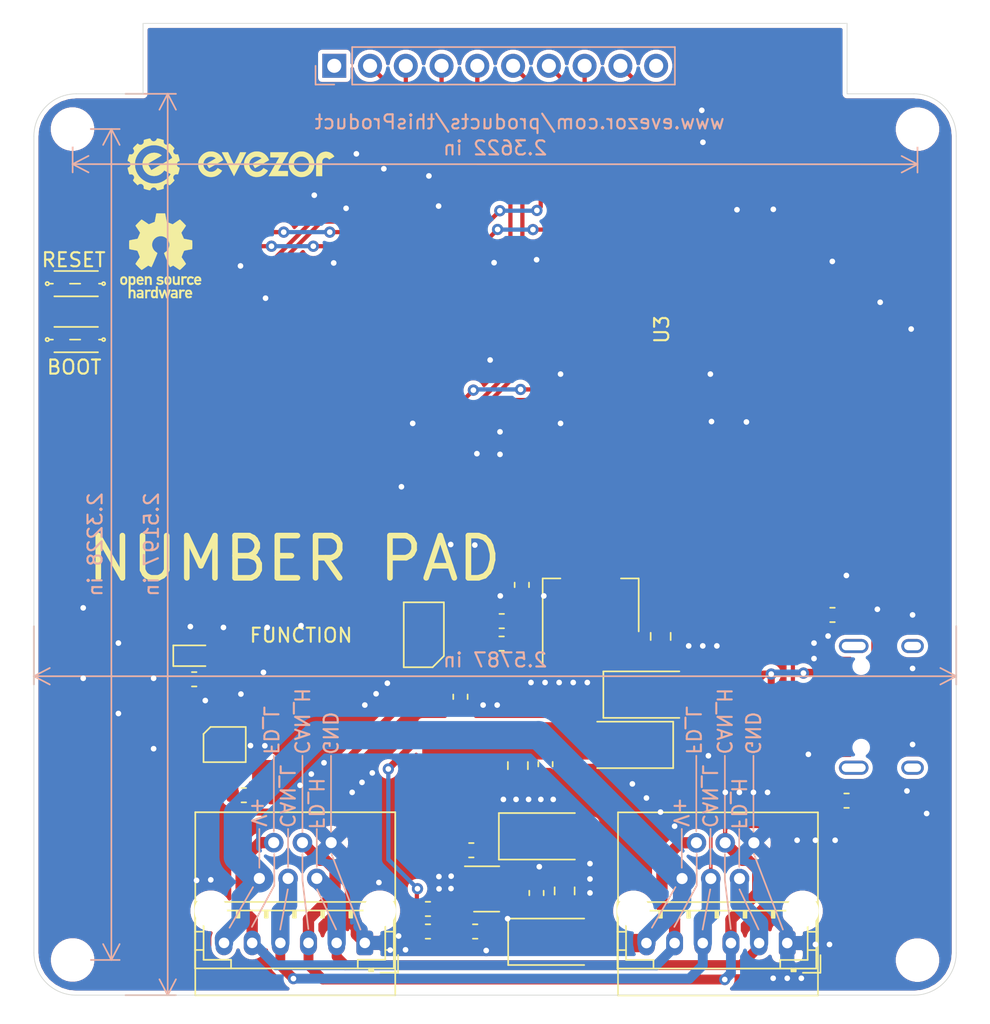
<source format=kicad_pcb>
(kicad_pcb (version 20171130) (host pcbnew "(5.1.5)-3")
  (layers (0 F.Cu signal) (31 B.Cu signal) (34 B.Paste user) (35 F.Paste user) (36 B.SilkS user) (37 F.SilkS user) (38 B.Mask user) (39 F.Mask user) (44 Edge.Cuts user))
  (net 0 "")
  (net 1 "Net-(C1-Pad2)")
  (net 2 "Net-(C1-Pad1)")
  (net 3 "Net-(C2-Pad2)")
  (net 4 +48V)
  (net 5 GND)
  (net 6 /CAN_H)
  (net 7 /CAN_L)
  (net 8 +3V3)
  (net 9 /FD_H)
  (net 10 /FD_L)
  (net 11 "Net-(D3-Pad1)")
  (net 12 /RESET)
  (net 13 "Net-(U3-Pad19)")
  (net 14 "Net-(U3-Pad21)")
  (net 15 "Net-(U3-Pad22)")
  (net 16 "Net-(U3-Pad16)")
  (net 17 "Net-(U3-Pad28)")
  (net 18 "Net-(U3-Pad15)")
  (net 19 "Net-(U3-Pad14)")
  (net 20 "Net-(U3-Pad13)")
  (net 21 "Net-(U3-Pad12)")
  (net 22 "Net-(U3-Pad11)")
  (net 23 "Net-(U3-Pad10)")
  (net 24 "Net-(U3-Pad9)")
  (net 25 "Net-(U3-Pad8)")
  (net 26 "Net-(U3-Pad7)")
  (net 27 "Net-(U3-Pad6)")
  (net 28 "Net-(U3-Pad5)")
  (net 29 "Net-(U3-Pad29)")
  (net 30 "Net-(U6-Pad2)")
  (net 31 /NEO_STATUS)
  (net 32 "Net-(U3-Pad3)")
  (net 33 "Net-(U3-Pad4)")
  (net 34 "Net-(J1-PadA8)")
  (net 35 "Net-(J1-PadB8)")
  (net 36 "Net-(C3-Pad1)")
  (net 37 /BOOT)
  (net 38 /D+)
  (net 39 /CC2)
  (net 40 /D-)
  (net 41 /CC1)
  (net 42 /VREG_OUT)
  (net 43 /USB_VCC)
  (net 44 /GUID_SCL)
  (net 45 /GUID_SDO)
  (net 46 "Net-(U4-Pad4)")
  (net 47 "Net-(U4-Pad5)")
  (net 48 "Net-(U4-Pad6)")
  (net 49 "Net-(U4-Pad7)")
  (net 50 /FUNCTION_BUTTON)
  (net 51 "Net-(C8-Pad1)")
  (net 52 /HBT_LED)
  (net 53 "Net-(J6-Pad1)")
  (net 54 /COL_1)
  (net 55 /COL_2)
  (net 56 /COL_3)
  (net 57 /COL_4)
  (net 58 /ROW_1)
  (net 59 /ROW_2)
  (net 60 /ROW_3)
  (net 61 /ROW_4)
  (net 62 "Net-(J6-Pad10)")
  (module Symbol:OSHW-Logo_5.7x6mm_SilkScreen (layer F.Cu) (at 100.5 97.5)
    (fp_text reference REF** hide)
    (fp_text value OSHW-Logo_5.7x6mm_SilkScreen hide)
  )
  (module EvezorLIB:LOGO_37 (layer F.Cu) (at 100 91)
    (fp_text reference G*** hide)
    (fp_text value LOGO hide)
  )
  (module EvezorLIB:evezor_18 (layer F.Cu) (at 108 91)
    (fp_text reference G*** hide)
    (fp_text value LOGO hide)
  )
  (module EvezorLIB:USB_C_Receptacle_HRO_TYPE-C-31-M-12 (layer F.Cu) (at 152.85 129.53 90)
    (fp_text reference J1)
    (fp_text value USB_C_Receptacle_USB2.0)
    (pad B1 smd rect (at 3.25 -4.045 90) (size 0.6 1.45) (layers F.Cu F.Paste F.Mask) (net 5 GND))
    (pad A9 smd rect (at 2.45 -4.045 90) (size 0.6 1.45) (layers F.Cu F.Paste F.Mask) (net 43 /USB_VCC))
    (pad B9 smd rect (at -2.45 -4.045 90) (size 0.6 1.45) (layers F.Cu F.Paste F.Mask) (net 43 /USB_VCC))
    (pad B12 smd rect (at -3.25 -4.045 90) (size 0.6 1.45) (layers F.Cu F.Paste F.Mask) (net 5 GND))
    (pad A1 smd rect (at -3.25 -4.045 90) (size 0.6 1.45) (layers F.Cu F.Paste F.Mask) (net 5 GND))
    (pad A4 smd rect (at -2.45 -4.045 90) (size 0.6 1.45) (layers F.Cu F.Paste F.Mask) (net 43 /USB_VCC))
    (pad B4 smd rect (at 2.45 -4.045 90) (size 0.6 1.45) (layers F.Cu F.Paste F.Mask) (net 43 /USB_VCC))
    (pad A12 smd rect (at 3.25 -4.045 90) (size 0.6 1.45) (layers F.Cu F.Paste F.Mask) (net 5 GND))
    (pad B8 smd rect (at -1.75 -4.045 90) (size 0.3 1.45) (layers F.Cu F.Paste F.Mask) (net 35 "Net-(J1-PadB8)"))
    (pad A5 smd rect (at -1.25 -4.045 90) (size 0.3 1.45) (layers F.Cu F.Paste F.Mask) (net 41 /CC1))
    (pad B7 smd rect (at -0.75 -4.045 90) (size 0.3 1.45) (layers F.Cu F.Paste F.Mask) (net 40 /D-))
    (pad A7 smd rect (at 0.25 -4.045 90) (size 0.3 1.45) (layers F.Cu F.Paste F.Mask) (net 40 /D-))
    (pad B6 smd rect (at 0.75 -4.045 90) (size 0.3 1.45) (layers F.Cu F.Paste F.Mask) (net 38 /D+))
    (pad A8 smd rect (at 1.25 -4.045 90) (size 0.3 1.45) (layers F.Cu F.Paste F.Mask) (net 34 "Net-(J1-PadA8)"))
    (pad B5 smd rect (at 1.75 -4.045 90) (size 0.3 1.45) (layers F.Cu F.Paste F.Mask) (net 39 /CC2))
    (pad A6 smd rect (at -0.25 -4.045 90) (size 0.3 1.45) (layers F.Cu F.Paste F.Mask) (net 38 /D+))
    (pad "" thru_hole oval (at 4.32 -3.13 90) (size 1 2.1) (drill oval 0.6 1.7) (layers *.Cu *.Mask))
    (pad "" thru_hole oval (at -4.32 -3.13 90) (size 1 2.1) (drill oval 0.6 1.7) (layers *.Cu *.Mask))
    (pad "" np_thru_hole circle (at -2.89 -2.6 90) (size 0.65 0.65) (drill 0.65) (layers *.Cu *.Mask))
    (pad "" thru_hole oval (at -4.32 1.05 90) (size 1 1.6) (drill oval 0.6 1.2) (layers *.Cu *.Mask))
    (pad "" np_thru_hole circle (at 2.89 -2.6 90) (size 0.65 0.65) (drill 0.65) (layers *.Cu *.Mask))
    (pad "" thru_hole oval (at 4.32 1.05 90) (size 1 1.6) (drill oval 0.6 1.2) (layers *.Cu *.Mask))
  )
  (module EvezorLIB:EDGE_STAMP (layer F.Cu) (at 144.49 102.73 90)
    (fp_text reference U3 (at 0 -8.4 90) (layer F.SilkS))
    (fp_text value EDGE_STM32F405_CPU_V1)
    (pad 43 smd custom (at 10.9 -23.5 180) (size 0.9 2) (layers F.Cu F.Paste F.Mask) (net 5 GND) (options (clearance outline) (anchor rect)) (primitives))
    (pad 42 smd custom (at 10.9 -22.2 180) (size 0.9 2) (layers F.Cu F.Paste F.Mask) (net 31 /NEO_STATUS) (options (clearance outline) (anchor rect)) (primitives))
    (pad 41 smd custom (at 10.9 -20.9 180) (size 0.9 2) (layers F.Cu F.Paste F.Mask) (net 52 /HBT_LED) (options (clearance outline) (anchor rect)) (primitives))
    (pad 40 smd custom (at 10.9 -19.6 180) (size 0.9 2) (layers F.Cu F.Paste F.Mask) (net 45 /GUID_SDO) (options (clearance outline) (anchor rect)) (primitives))
    (pad 39 smd custom (at 10.9 -18.3 180) (size 0.9 2) (layers F.Cu F.Paste F.Mask) (net 44 /GUID_SCL) (options (clearance outline) (anchor rect)) (primitives))
    (pad 38 smd custom (at 10.9 -17 180) (size 0.9 2) (layers F.Cu F.Paste F.Mask) (net 12 /RESET) (options (clearance outline) (anchor rect)) (primitives))
    (pad 37 smd custom (at 10.9 -15.7 180) (size 0.9 2) (layers F.Cu F.Paste F.Mask) (net 54 /COL_1) (options (clearance outline) (anchor rect)) (primitives))
    (pad 36 smd custom (at 10.9 -14.4 180) (size 0.9 2) (layers F.Cu F.Paste F.Mask) (net 37 /BOOT) (options (clearance outline) (anchor rect)) (primitives))
    (pad 35 smd custom (at 10.9 -13.1 180) (size 0.9 2) (layers F.Cu F.Paste F.Mask) (net 55 /COL_2) (options (clearance outline) (anchor rect)) (primitives))
    (pad 34 smd custom (at 10.9 -11.8 180) (size 0.9 2) (layers F.Cu F.Paste F.Mask) (net 56 /COL_3) (options (clearance outline) (anchor rect)) (primitives))
    (pad 33 smd custom (at 10.9 -10.5 180) (size 0.9 2) (layers F.Cu F.Paste F.Mask) (net 57 /COL_4) (options (clearance outline) (anchor rect)) (primitives))
    (pad 32 smd custom (at 10.9 -9.2 180) (size 0.9 2) (layers F.Cu F.Paste F.Mask) (net 58 /ROW_1) (options (clearance outline) (anchor rect)) (primitives))
    (pad 31 smd custom (at 10.9 -7.9 180) (size 0.9 2) (layers F.Cu F.Paste F.Mask) (net 59 /ROW_2) (options (clearance outline) (anchor rect)) (primitives))
    (pad 30 smd custom (at 10.9 -6.6 180) (size 0.9 2) (layers F.Cu F.Paste F.Mask) (net 60 /ROW_3) (options (clearance outline) (anchor rect)) (primitives))
    (pad 29 smd custom (at 10.9 -5.3 180) (size 0.9 2) (layers F.Cu F.Paste F.Mask) (net 29 "Net-(U3-Pad29)") (options (clearance outline) (anchor rect)) (primitives))
    (pad 1 smd custom (at -10.9 -23.5 180) (size 0.9 2) (layers F.Cu F.Paste F.Mask) (net 8 +3V3) (options (clearance outline) (anchor rect)) (primitives))
    (pad 2 smd custom (at -10.9 -22.2 180) (size 0.9 2) (layers F.Cu F.Paste F.Mask) (net 5 GND) (options (clearance outline) (anchor rect)) (primitives))
    (pad 3 smd custom (at -10.9 -20.9 180) (size 0.9 2) (layers F.Cu F.Paste F.Mask) (net 32 "Net-(U3-Pad3)") (options (clearance outline) (anchor rect)) (primitives))
    (pad 4 smd custom (at -10.9 -19.6 180) (size 0.9 2) (layers F.Cu F.Paste F.Mask) (net 33 "Net-(U3-Pad4)") (options (clearance outline) (anchor rect)) (primitives))
    (pad 5 smd custom (at -10.9 -18.3 180) (size 0.9 2) (layers F.Cu F.Paste F.Mask) (net 28 "Net-(U3-Pad5)") (options (clearance outline) (anchor rect)) (primitives))
    (pad 6 smd custom (at -10.9 -17 180) (size 0.9 2) (layers F.Cu F.Paste F.Mask) (net 27 "Net-(U3-Pad6)") (options (clearance outline) (anchor rect)) (primitives))
    (pad 7 smd custom (at -10.9 -15.7 180) (size 0.9 2) (layers F.Cu F.Paste F.Mask) (net 26 "Net-(U3-Pad7)") (options (clearance outline) (anchor rect)) (primitives))
    (pad 8 smd custom (at -10.9 -14.4 180) (size 0.9 2) (layers F.Cu F.Paste F.Mask) (net 25 "Net-(U3-Pad8)") (options (clearance outline) (anchor rect)) (primitives))
    (pad 9 smd custom (at -10.9 -13.1 180) (size 0.9 2) (layers F.Cu F.Paste F.Mask) (net 24 "Net-(U3-Pad9)") (options (clearance outline) (anchor rect)) (primitives))
    (pad 10 smd custom (at -10.9 -11.8 180) (size 0.9 2) (layers F.Cu F.Paste F.Mask) (net 23 "Net-(U3-Pad10)") (options (clearance outline) (anchor rect)) (primitives))
    (pad 11 smd custom (at -10.9 -10.5 180) (size 0.9 2) (layers F.Cu F.Paste F.Mask) (net 22 "Net-(U3-Pad11)") (options (clearance outline) (anchor rect)) (primitives))
    (pad 12 smd custom (at -10.9 -9.2 180) (size 0.9 2) (layers F.Cu F.Paste F.Mask) (net 21 "Net-(U3-Pad12)") (options (clearance outline) (anchor rect)) (primitives))
    (pad 13 smd custom (at -10.9 -7.9 180) (size 0.9 2) (layers F.Cu F.Paste F.Mask) (net 20 "Net-(U3-Pad13)") (options (clearance outline) (anchor rect)) (primitives))
    (pad 14 smd custom (at -10.9 -6.6 180) (size 0.9 2) (layers F.Cu F.Paste F.Mask) (net 19 "Net-(U3-Pad14)") (options (clearance outline) (anchor rect)) (primitives))
    (pad 15 smd custom (at -10.9 -5.3 180) (size 0.9 2) (layers F.Cu F.Paste F.Mask) (net 18 "Net-(U3-Pad15)") (options (clearance outline) (anchor rect)) (primitives))
    (pad 28 smd custom (at 10.9 -4 180) (size 0.9 2) (layers F.Cu F.Paste F.Mask) (net 17 "Net-(U3-Pad28)") (options (clearance outline) (anchor rect)) (primitives))
    (pad 16 smd custom (at -10.9 -4 180) (size 0.9 2) (layers F.Cu F.Paste F.Mask) (net 16 "Net-(U3-Pad16)") (options (clearance outline) (anchor rect)) (primitives))
    (pad 27 smd custom (at 6.5 0.4 90) (size 0.9 2) (layers F.Cu F.Paste F.Mask) (net 7 /CAN_L) (options (clearance outline) (anchor rect)) (primitives))
    (pad 26 smd custom (at 5.2 0.4 90) (size 0.9 2) (layers F.Cu F.Paste F.Mask) (net 6 /CAN_H) (options (clearance outline) (anchor rect)) (primitives))
    (pad 25 smd custom (at 3.9 0.4 90) (size 0.9 2) (layers F.Cu F.Paste F.Mask) (net 38 /D+) (options (clearance outline) (anchor rect)) (primitives))
    (pad 24 smd custom (at 2.6 0.4 90) (size 0.9 2) (layers F.Cu F.Paste F.Mask) (net 40 /D-) (options (clearance outline) (anchor rect)) (primitives))
    (pad 23 smd custom (at 1.3 0.4 90) (size 0.9 2) (layers F.Cu F.Paste F.Mask) (net 61 /ROW_4) (options (clearance outline) (anchor rect)) (primitives))
    (pad 22 smd custom (at -0.06 0.4 90) (size 0.9 2) (layers F.Cu F.Paste F.Mask) (net 15 "Net-(U3-Pad22)") (options (clearance outline) (anchor rect)) (primitives))
    (pad 21 smd custom (at -1.36 0.4 90) (size 0.9 2) (layers F.Cu F.Paste F.Mask) (net 14 "Net-(U3-Pad21)") (options (clearance outline) (anchor rect)) (primitives))
    (pad 20 smd custom (at -2.66 0.4 90) (size 0.9 2) (layers F.Cu F.Paste F.Mask) (net 50 /FUNCTION_BUTTON) (options (clearance outline) (anchor rect)) (primitives))
    (pad 19 smd custom (at -3.96 0.4 90) (size 0.9 2) (layers F.Cu F.Paste F.Mask) (net 13 "Net-(U3-Pad19)") (options (clearance outline) (anchor rect)) (primitives))
    (pad 18 smd custom (at -5.26 0.4 90) (size 0.9 2) (layers F.Cu F.Paste F.Mask) (net 8 +3V3) (options (clearance outline) (anchor rect)) (primitives))
    (pad 17 smd custom (at -6.56 0.4 90) (size 0.9 2) (layers F.Cu F.Paste F.Mask) (net 5 GND) (options (clearance outline) (anchor rect)) (primitives))
  )
  (module Capacitor_SMD:C_0603_1608Metric (layer F.Cu) (at 106.4075 135.8)
    (fp_text reference C9)
    (fp_text value C_Small)
    (pad 2 smd roundrect (at 0.7875 0) (size 0.875 0.95) (layers F.Cu F.Paste F.Mask) (net 5 GND))
    (pad 1 smd roundrect (at -0.7875 0) (size 0.875 0.95) (layers F.Cu F.Paste F.Mask) (net 8 +3V3))
  )
  (module Connector_JST:JST_PH_B6B-PH-K_1x06_P2.00mm_Vertical (layer F.Cu) (at 115 146.29 180)
    (fp_text reference J5)
    (fp_text value PH)
    (pad 6 thru_hole oval (at 10 0 180) (size 1.2 1.75) (drill 0.75) (layers *.Cu *.Mask) (net 4 +48V))
    (pad 5 thru_hole oval (at 8 0 180) (size 1.2 1.75) (drill 0.75) (layers *.Cu *.Mask) (net 10 /FD_L))
    (pad 4 thru_hole oval (at 6 0 180) (size 1.2 1.75) (drill 0.75) (layers *.Cu *.Mask) (net 7 /CAN_L))
    (pad 3 thru_hole oval (at 4 0 180) (size 1.2 1.75) (drill 0.75) (layers *.Cu *.Mask) (net 6 /CAN_H))
    (pad 2 thru_hole oval (at 2 0 180) (size 1.2 1.75) (drill 0.75) (layers *.Cu *.Mask) (net 9 /FD_H))
    (pad 1 thru_hole roundrect (at 0 0 180) (size 1.2 1.75) (drill 0.75) (layers *.Cu *.Mask) (roundrect_rratio 0.208333) (net 5 GND))
  )
  (module Capacitor_SMD:C_0603_1608Metric (layer F.Cu) (at 127.83 133.5975 270)
    (fp_text reference C5)
    (fp_text value .1uF)
    (pad 2 smd roundrect (at 0.7875 0 270) (size 0.875 0.95) (layers F.Cu F.Paste F.Mask) (net 5 GND))
    (pad 1 smd roundrect (at -0.7875 0 270) (size 0.875 0.95) (layers F.Cu F.Paste F.Mask) (net 42 /VREG_OUT))
  )
  (module Capacitor_SMD:C_0805_2012Metric (layer F.Cu) (at 125.87 133.7 270)
    (fp_text reference C6)
    (fp_text value 22uF)
    (pad 2 smd roundrect (at 0.9375 0 270) (size 0.975 1.4) (layers F.Cu F.Paste F.Mask) (net 5 GND))
    (pad 1 smd roundrect (at -0.9375 0 270) (size 0.975 1.4) (layers F.Cu F.Paste F.Mask) (net 42 /VREG_OUT))
  )
  (module Capacitor_SMD:C_0603_1608Metric (layer F.Cu) (at 122.5625 139.71 180)
    (fp_text reference C1)
    (fp_text value .1uF)
    (pad 2 smd roundrect (at 0.7875 0 180) (size 0.875 0.95) (layers F.Cu F.Paste F.Mask) (net 1 "Net-(C1-Pad2)"))
    (pad 1 smd roundrect (at -0.7875 0 180) (size 0.875 0.95) (layers F.Cu F.Paste F.Mask) (net 2 "Net-(C1-Pad1)"))
  )
  (module Capacitor_SMD:C_0603_1608Metric (layer F.Cu) (at 119.4825 143.88)
    (fp_text reference C2)
    (fp_text value .1uF)
    (pad 2 smd roundrect (at 0.7875 0) (size 0.875 0.95) (layers F.Cu F.Paste F.Mask) (net 3 "Net-(C2-Pad2)"))
    (pad 1 smd roundrect (at -0.7875 0) (size 0.875 0.95) (layers F.Cu F.Paste F.Mask) (net 42 /VREG_OUT))
  )
  (module Capacitor_SMD:C_0805_2012Metric (layer F.Cu) (at 129.19 142.5975 90)
    (fp_text reference C4)
    (fp_text value 4.7uF)
    (pad 2 smd roundrect (at 0.9375 0 90) (size 0.975 1.4) (layers F.Cu F.Paste F.Mask) (net 5 GND))
    (pad 1 smd roundrect (at -0.9375 0 90) (size 0.975 1.4) (layers F.Cu F.Paste F.Mask) (net 36 "Net-(C3-Pad1)"))
  )
  (module EvezorLIB:RJ11_C189747_Horizontal (layer F.Cu) (at 140.079999 141.719999 180)
    (fp_text reference J2)
    (fp_text value RJ11)
    (pad "" np_thru_hole circle (at 6 -2.3) (size 2.3 2.3) (drill 2.3) (layers *.Cu *.Mask))
    (pad "" np_thru_hole circle (at -6 -2.3 180) (size 2.3 2.3) (drill 2.3) (layers *.Cu *.Mask))
    (pad 5 thru_hole circle (at 1.53 2.54 180) (size 1.39 1.39) (drill 0.79) (layers *.Cu *.Mask) (net 10 /FD_L))
    (pad 3 thru_hole circle (at -0.51 2.54 180) (size 1.39 1.39) (drill 0.79) (layers *.Cu *.Mask) (net 6 /CAN_H))
    (pad 1 thru_hole circle (at -2.55 2.54 180) (size 1.39 1.39) (drill 0.79) (layers *.Cu *.Mask) (net 5 GND))
    (pad 6 thru_hole circle (at 2.55 0 180) (size 1.39 1.39) (drill 0.79) (layers *.Cu *.Mask) (net 4 +48V))
    (pad 4 thru_hole circle (at 0.51 0 180) (size 1.39 1.39) (drill 0.79) (layers *.Cu *.Mask) (net 7 /CAN_L))
    (pad 2 thru_hole circle (at -1.53 0 180) (size 1.39 1.39) (drill 0.79) (layers *.Cu *.Mask) (net 9 /FD_H))
  )
  (module EvezorLIB:RJ11_C189747_Horizontal (layer F.Cu) (at 110.059999 141.709999 180)
    (fp_text reference J3)
    (fp_text value RJ11)
    (pad "" np_thru_hole circle (at 6 -2.3) (size 2.3 2.3) (drill 2.3) (layers *.Cu *.Mask))
    (pad "" np_thru_hole circle (at -6 -2.3 180) (size 2.3 2.3) (drill 2.3) (layers *.Cu *.Mask))
    (pad 5 thru_hole circle (at 1.53 2.54 180) (size 1.39 1.39) (drill 0.79) (layers *.Cu *.Mask) (net 10 /FD_L))
    (pad 3 thru_hole circle (at -0.51 2.54 180) (size 1.39 1.39) (drill 0.79) (layers *.Cu *.Mask) (net 6 /CAN_H))
    (pad 1 thru_hole circle (at -2.55 2.54 180) (size 1.39 1.39) (drill 0.79) (layers *.Cu *.Mask) (net 5 GND))
    (pad 6 thru_hole circle (at 2.55 0 180) (size 1.39 1.39) (drill 0.79) (layers *.Cu *.Mask) (net 4 +48V))
    (pad 4 thru_hole circle (at 0.51 0 180) (size 1.39 1.39) (drill 0.79) (layers *.Cu *.Mask) (net 7 /CAN_L))
    (pad 2 thru_hole circle (at -1.53 0 180) (size 1.39 1.39) (drill 0.79) (layers *.Cu *.Mask) (net 9 /FD_H))
  )
  (module Connector_JST:JST_PH_B6B-PH-K_1x06_P2.00mm_Vertical (layer F.Cu) (at 145 146.3 180)
    (fp_text reference J4)
    (fp_text value PH)
    (pad 6 thru_hole oval (at 10 0 180) (size 1.2 1.75) (drill 0.75) (layers *.Cu *.Mask) (net 4 +48V))
    (pad 5 thru_hole oval (at 8 0 180) (size 1.2 1.75) (drill 0.75) (layers *.Cu *.Mask) (net 10 /FD_L))
    (pad 4 thru_hole oval (at 6 0 180) (size 1.2 1.75) (drill 0.75) (layers *.Cu *.Mask) (net 7 /CAN_L))
    (pad 3 thru_hole oval (at 4 0 180) (size 1.2 1.75) (drill 0.75) (layers *.Cu *.Mask) (net 6 /CAN_H))
    (pad 2 thru_hole oval (at 2 0 180) (size 1.2 1.75) (drill 0.75) (layers *.Cu *.Mask) (net 9 /FD_H))
    (pad 1 thru_hole roundrect (at 0 0 180) (size 1.2 1.75) (drill 0.75) (layers *.Cu *.Mask) (roundrect_rratio 0.208333) (net 5 GND))
  )
  (module Resistor_SMD:R_0603_1608Metric (layer F.Cu) (at 122.8375 145.48 180)
    (fp_text reference R1)
    (fp_text value 15k)
    (pad 2 smd roundrect (at 0.7875 0 180) (size 0.875 0.95) (layers F.Cu F.Paste F.Mask) (net 3 "Net-(C2-Pad2)"))
    (pad 1 smd roundrect (at -0.7875 0 180) (size 0.875 0.95) (layers F.Cu F.Paste F.Mask) (net 5 GND))
  )
  (module Resistor_SMD:R_0603_1608Metric (layer F.Cu) (at 119.4825 145.48)
    (fp_text reference R2)
    (fp_text value 82k)
    (pad 2 smd roundrect (at 0.7875 0) (size 0.875 0.95) (layers F.Cu F.Paste F.Mask) (net 3 "Net-(C2-Pad2)"))
    (pad 1 smd roundrect (at -0.7875 0) (size 0.875 0.95) (layers F.Cu F.Paste F.Mask) (net 42 /VREG_OUT))
  )
  (module Package_TO_SOT_SMD:SOT-23-6 (layer F.Cu) (at 123.65 142.46)
    (fp_text reference U1)
    (fp_text value V_REG)
    (pad 5 smd rect (at 1.1 0) (size 1.06 0.65) (layers F.Cu F.Paste F.Mask) (net 36 "Net-(C3-Pad1)"))
    (pad 6 smd rect (at 1.1 -0.95) (size 1.06 0.65) (layers F.Cu F.Paste F.Mask) (net 2 "Net-(C1-Pad1)"))
    (pad 4 smd rect (at 1.1 0.95) (size 1.06 0.65) (layers F.Cu F.Paste F.Mask) (net 36 "Net-(C3-Pad1)"))
    (pad 3 smd rect (at -1.1 0.95) (size 1.06 0.65) (layers F.Cu F.Paste F.Mask) (net 3 "Net-(C2-Pad2)"))
    (pad 2 smd rect (at -1.1 0) (size 1.06 0.65) (layers F.Cu F.Paste F.Mask) (net 5 GND))
    (pad 1 smd rect (at -1.1 -0.95) (size 1.06 0.65) (layers F.Cu F.Paste F.Mask) (net 1 "Net-(C1-Pad2)"))
  )
  (module Capacitor_SMD:C_0603_1608Metric (layer F.Cu) (at 127.19 142.7475 90)
    (fp_text reference C3)
    (fp_text value .1uF)
    (pad 2 smd roundrect (at 0.7875 0 90) (size 0.875 0.95) (layers F.Cu F.Paste F.Mask) (net 5 GND))
    (pad 1 smd roundrect (at -0.7875 0 90) (size 0.875 0.95) (layers F.Cu F.Paste F.Mask) (net 36 "Net-(C3-Pad1)"))
  )
  (module Diode_SMD:D_SMA (layer F.Cu) (at 127.92 138.72)
    (fp_text reference D1)
    (fp_text value D_Schottky)
    (pad 2 smd rect (at 2 0) (size 2.5 1.8) (layers F.Cu F.Paste F.Mask) (net 5 GND))
    (pad 1 smd rect (at -2 0) (size 2.5 1.8) (layers F.Cu F.Paste F.Mask) (net 2 "Net-(C1-Pad1)"))
  )
  (module LED_SMD:LED_0603_1608Metric (layer F.Cu) (at 102.8825 125.9)
    (fp_text reference D3)
    (fp_text value LED)
    (pad 2 smd roundrect (at 0.7875 0) (size 0.875 0.95) (layers F.Cu F.Paste F.Mask) (net 52 /HBT_LED))
    (pad 1 smd roundrect (at -0.7875 0) (size 0.875 0.95) (layers F.Cu F.Paste F.Mask) (net 11 "Net-(D3-Pad1)"))
  )
  (module EvezorLIB:INDUCTOR_7.5X6.6_GCDA0630-220MC (layer F.Cu) (at 120.84 134.845 90)
    (fp_text reference L1)
    (fp_text value 22uH)
    (pad 2 smd rect (at 2.695 0 90) (size 1.98 3.43) (layers F.Cu F.Paste F.Mask) (net 42 /VREG_OUT))
    (pad 1 smd rect (at -2.695 0 90) (size 1.98 3.43) (layers F.Cu F.Paste F.Mask) (net 2 "Net-(C1-Pad1)"))
  )
  (module Resistor_SMD:R_0603_1608Metric (layer F.Cu) (at 102.8825 127.57 180)
    (fp_text reference R5)
    (fp_text value 15k)
    (pad 2 smd roundrect (at 0.7875 0 180) (size 0.875 0.95) (layers F.Cu F.Paste F.Mask) (net 11 "Net-(D3-Pad1)"))
    (pad 1 smd roundrect (at -0.7875 0 180) (size 0.875 0.95) (layers F.Cu F.Paste F.Mask) (net 5 GND))
  )
  (module Package_TO_SOT_SMD:SOT-223-3_TabPin2 (layer F.Cu) (at 131.04 122.32 90)
    (fp_text reference U2)
    (fp_text value AMS1117-3.3)
    (pad 1 smd rect (at -3.15 -2.3 90) (size 2 1.5) (layers F.Cu F.Paste F.Mask) (net 5 GND))
    (pad 3 smd rect (at -3.15 2.3 90) (size 2 1.5) (layers F.Cu F.Paste F.Mask) (net 51 "Net-(C8-Pad1)"))
    (pad 2 smd rect (at -3.15 0 90) (size 2 1.5) (layers F.Cu F.Paste F.Mask) (net 8 +3V3))
    (pad 2 smd rect (at 3.15 0 90) (size 2 3.8) (layers F.Cu F.Paste F.Mask) (net 8 +3V3))
  )
  (module EvezorLIB:NEOPIXEL_5050 (layer F.Cu) (at 105.045001 132.205001 180)
    (fp_text reference U6)
    (fp_text value NEOPIXEL_5050)
    (pad 3 smd rect (at -2.45 -1.6 180) (size 1.5 1) (layers F.Cu F.Paste F.Mask) (net 5 GND))
    (pad 4 smd rect (at -2.45 1.6 180) (size 1.5 1) (layers F.Cu F.Paste F.Mask) (net 31 /NEO_STATUS))
    (pad 2 smd rect (at 2.45 -1.6 180) (size 1.5 1) (layers F.Cu F.Paste F.Mask) (net 30 "Net-(U6-Pad2)"))
    (pad 1 smd rect (at 2.45 1.6 180) (size 1.5 1) (layers F.Cu F.Paste F.Mask) (net 8 +3V3))
  )
  (module Diode_SMD:D_SMA (layer F.Cu) (at 128.58 146.21)
    (fp_text reference D2)
    (fp_text value D_Schottky)
    (pad 2 smd rect (at 2 0) (size 2.5 1.8) (layers F.Cu F.Paste F.Mask) (net 4 +48V))
    (pad 1 smd rect (at -2 0) (size 2.5 1.8) (layers F.Cu F.Paste F.Mask) (net 36 "Net-(C3-Pad1)"))
  )
  (module Resistor_SMD:R_0603_1608Metric (layer F.Cu) (at 148.2125 123 180)
    (fp_text reference R3)
    (fp_text value 5.1k)
    (pad 2 smd roundrect (at 0.7875 0 180) (size 0.875 0.95) (layers F.Cu F.Paste F.Mask) (net 5 GND))
    (pad 1 smd roundrect (at -0.7875 0 180) (size 0.875 0.95) (layers F.Cu F.Paste F.Mask) (net 39 /CC2))
  )
  (module Resistor_SMD:R_0603_1608Metric (layer F.Cu) (at 149.2125 136.19 180)
    (fp_text reference R4)
    (fp_text value 5.1k)
    (pad 2 smd roundrect (at 0.7875 0 180) (size 0.875 0.95) (layers F.Cu F.Paste F.Mask) (net 5 GND))
    (pad 1 smd roundrect (at -0.7875 0 180) (size 0.875 0.95) (layers F.Cu F.Paste F.Mask) (net 41 /CC1))
  )
  (module Capacitor_SMD:C_0603_1608Metric (layer F.Cu) (at 121.79 128.8125 270)
    (fp_text reference C7)
    (fp_text value .1uF)
    (pad 2 smd roundrect (at 0.7875 0 270) (size 0.875 0.95) (layers F.Cu F.Paste F.Mask) (net 5 GND))
    (pad 1 smd roundrect (at -0.7875 0 270) (size 0.875 0.95) (layers F.Cu F.Paste F.Mask) (net 8 +3V3))
  )
  (module Diode_SMD:D_SMA (layer F.Cu) (at 135.34 128.66)
    (fp_text reference D4)
    (fp_text value D_Schottky)
    (pad 2 smd rect (at 2 0) (size 2.5 1.8) (layers F.Cu F.Paste F.Mask) (net 43 /USB_VCC))
    (pad 1 smd rect (at -2 0) (size 2.5 1.8) (layers F.Cu F.Paste F.Mask) (net 51 "Net-(C8-Pad1)"))
  )
  (module Diode_SMD:D_SMA (layer F.Cu) (at 133.5 132.23 180)
    (fp_text reference D5)
    (fp_text value D_Schottky)
    (pad 2 smd rect (at 2 0 180) (size 2.5 1.8) (layers F.Cu F.Paste F.Mask) (net 42 /VREG_OUT))
    (pad 1 smd rect (at -2 0 180) (size 2.5 1.8) (layers F.Cu F.Paste F.Mask) (net 51 "Net-(C8-Pad1)"))
  )
  (module Evezor_BUTTONS:SHORT_PAD (layer F.Cu) (at 94.45 99.48 180)
    (fp_text reference JP1)
    (fp_text value RESET)
    (pad 2 smd roundrect (at 1 0 180) (size 1.1 1.524) (layers F.Cu F.Paste F.Mask) (net 5 GND))
    (pad 1 smd roundrect (at -1 0 180) (size 1.2 1.524) (layers F.Cu F.Paste F.Mask) (net 12 /RESET))
  )
  (module Evezor_BUTTONS:SHORT_PAD (layer F.Cu) (at 94.45 103.45 180)
    (fp_text reference JP2)
    (fp_text value BOOT)
    (pad 2 smd roundrect (at 1 0 180) (size 1.1 1.524) (layers F.Cu F.Paste F.Mask) (net 8 +3V3))
    (pad 1 smd roundrect (at -1 0 180) (size 1.2 1.524) (layers F.Cu F.Paste F.Mask) (net 37 /BOOT))
  )
  (module Resistor_SMD:R_0603_1608Metric (layer F.Cu) (at 124.7125 125.04)
    (fp_text reference R6)
    (fp_text value R_Small)
    (pad 2 smd roundrect (at 0.7875 0) (size 0.875 0.95) (layers F.Cu F.Paste F.Mask) (net 8 +3V3))
    (pad 1 smd roundrect (at -0.7875 0) (size 0.875 0.95) (layers F.Cu F.Paste F.Mask) (net 45 /GUID_SDO))
  )
  (module Resistor_SMD:R_0603_1608Metric (layer F.Cu) (at 124.7225 123.44)
    (fp_text reference R7)
    (fp_text value R_Small)
    (pad 2 smd roundrect (at 0.7875 0) (size 0.875 0.95) (layers F.Cu F.Paste F.Mask) (net 8 +3V3))
    (pad 1 smd roundrect (at -0.7875 0) (size 0.875 0.95) (layers F.Cu F.Paste F.Mask) (net 44 /GUID_SCL))
  )
  (module EvezorLIB:SWITCH_2x3_SMD_TACTILE_GREEN (layer F.Cu) (at 110.05 127.07 180)
    (fp_text reference SW1)
    (fp_text value SW_Push)
    (pad 2 smd rect (at 3.85 0 180) (size 1.5 1.2) (layers F.Cu F.Paste F.Mask) (net 5 GND))
    (pad 1 smd rect (at -3.85 0 180) (size 1.5 1.2) (layers F.Cu F.Paste F.Mask) (net 50 /FUNCTION_BUTTON))
  )
  (module Capacitor_SMD:C_0805_2012Metric (layer F.Cu) (at 136.01 124.5275 90)
    (fp_text reference C8)
    (fp_text value 10uF)
    (pad 2 smd roundrect (at 0.9375 0 90) (size 0.975 1.4) (layers F.Cu F.Paste F.Mask) (net 5 GND))
    (pad 1 smd roundrect (at -0.9375 0 90) (size 0.975 1.4) (layers F.Cu F.Paste F.Mask) (net 51 "Net-(C8-Pad1)"))
  )
  (module Capacitor_SMD:C_0603_1608Metric (layer F.Cu) (at 126.15 120.87 270)
    (fp_text reference C10)
    (fp_text value .1uF)
    (pad 2 smd roundrect (at 0.7875 0 270) (size 0.875 0.95) (layers F.Cu F.Paste F.Mask) (net 5 GND))
    (pad 1 smd roundrect (at -0.7875 0 270) (size 0.875 0.95) (layers F.Cu F.Paste F.Mask) (net 8 +3V3))
  )
  (module EvezorLIB:GUID_PS150C (layer F.Cu) (at 119.19 124.41 90)
    (fp_text reference U4)
    (fp_text value MICOCONTROLLER_GUID_SOP-8)
    (pad 4 smd roundrect (at 1.905 2.7 90) (size 0.6 1.4) (layers F.Cu F.Paste F.Mask) (net 46 "Net-(U4-Pad4)"))
    (pad 5 smd roundrect (at 1.905 -2.7 90) (size 0.6 1.4) (layers F.Cu F.Paste F.Mask) (net 47 "Net-(U4-Pad5)"))
    (pad 3 smd roundrect (at 0.635 2.7 90) (size 0.6 1.4) (layers F.Cu F.Paste F.Mask) (net 44 /GUID_SCL))
    (pad 6 smd roundrect (at 0.635 -2.7 90) (size 0.6 1.4) (layers F.Cu F.Paste F.Mask) (net 48 "Net-(U4-Pad6)"))
    (pad 2 smd roundrect (at -0.635 2.7 90) (size 0.6 1.4) (layers F.Cu F.Paste F.Mask) (net 45 /GUID_SDO))
    (pad 7 smd roundrect (at -0.635 -2.7 90) (size 0.6 1.4) (layers F.Cu F.Paste F.Mask) (net 49 "Net-(U4-Pad7)"))
    (pad 1 smd roundrect (at -1.905 2.7 90) (size 0.6 1.4) (layers F.Cu F.Paste F.Mask) (net 8 +3V3))
    (pad 8 smd roundrect (at -1.905 -2.7 90) (size 0.6 1.4) (layers F.Cu F.Paste F.Mask) (net 5 GND))
  )
  (module MountingHole:MountingHole_2.5mm (layer F.Cu) (at 154.25 88.51)
    (fp_text reference H1)
    (fp_text value MountingHole)
    (pad 1 np_thru_hole circle (at 0 0) (size 2.5 2.5) (drill 2.5) (layers *.Cu *.Mask))
  )
  (module MountingHole:MountingHole_2.5mm (layer F.Cu) (at 94.24 88.5)
    (fp_text reference H2)
    (fp_text value MountingHole)
    (pad 1 np_thru_hole circle (at 0 0) (size 2.5 2.5) (drill 2.5) (layers *.Cu *.Mask))
  )
  (module MountingHole:MountingHole_2.5mm (layer F.Cu) (at 94.25 147.5)
    (fp_text reference H3)
    (fp_text value MountingHole)
    (pad 1 np_thru_hole circle (at 0 0) (size 2.5 2.5) (drill 2.5) (layers *.Cu *.Mask))
  )
  (module MountingHole:MountingHole_2.5mm (layer F.Cu) (at 154.25 147.51)
    (fp_text reference H4)
    (fp_text value MountingHole)
    (pad 1 np_thru_hole circle (at 0 0) (size 2.5 2.5) (drill 2.5) (layers *.Cu *.Mask))
  )
  (module Connector_PinSocket_2.54mm:PinSocket_1x10_P2.54mm_Vertical (layer B.Cu) (at 112.83 84.01 270)
    (fp_text reference J6)
    (fp_text value Conn_01x10)
    (pad 1 thru_hole rect (at 0 0 270) (size 1.7 1.7) (drill 1) (layers *.Cu *.Mask) (net 53 "Net-(J6-Pad1)"))
    (pad 2 thru_hole oval (at 0 -2.54 270) (size 1.7 1.7) (drill 1) (layers *.Cu *.Mask) (net 54 /COL_1))
    (pad 3 thru_hole oval (at 0 -5.08 270) (size 1.7 1.7) (drill 1) (layers *.Cu *.Mask) (net 55 /COL_2))
    (pad 4 thru_hole oval (at 0 -7.62 270) (size 1.7 1.7) (drill 1) (layers *.Cu *.Mask) (net 56 /COL_3))
    (pad 5 thru_hole oval (at 0 -10.16 270) (size 1.7 1.7) (drill 1) (layers *.Cu *.Mask) (net 57 /COL_4))
    (pad 6 thru_hole oval (at 0 -12.7 270) (size 1.7 1.7) (drill 1) (layers *.Cu *.Mask) (net 58 /ROW_1))
    (pad 7 thru_hole oval (at 0 -15.24 270) (size 1.7 1.7) (drill 1) (layers *.Cu *.Mask) (net 59 /ROW_2))
    (pad 8 thru_hole oval (at 0 -17.78 270) (size 1.7 1.7) (drill 1) (layers *.Cu *.Mask) (net 60 /ROW_3))
    (pad 9 thru_hole oval (at 0 -20.32 270) (size 1.7 1.7) (drill 1) (layers *.Cu *.Mask) (net 61 /ROW_4))
    (pad 10 thru_hole oval (at 0 -22.86 270) (size 1.7 1.7) (drill 1) (layers *.Cu *.Mask) (net 62 "Net-(J6-Pad10)"))
  )
  (gr_text "NUMBER PAD" (at 110 119) (layer F.SilkS) (effects (font (size 3 3) (thickness 0.4))))
  (dimension 60 (width 0.12) (layer B.SilkS) (gr_text "60.000 mm" (at 124.249373 92.266708) (layer B.SilkS) (effects (font (size 1 1) (thickness 0.15)) (justify mirror))) (feature1 (pts (xy 154.25 88.51) (xy 154.249487 91.588129))) (feature2 (pts (xy 94.250001 88.5) (xy 94.249488 91.578129))) (crossbar (pts (xy 94.249586 90.991708) (xy 154.249585 91.001708))) (arrow1a (pts (xy 154.249585 91.001708) (xy 153.122984 91.587941))) (arrow1b (pts (xy 154.249585 91.001708) (xy 153.123179 90.4151))) (arrow2a (pts (xy 94.249586 90.991708) (xy 95.375992 91.578316))) (arrow2b (pts (xy 94.249586 90.991708) (xy 95.376187 90.405475))))
  (dimension 59 (width 0.12) (layer B.SilkS) (gr_text "59.000 mm" (at 98.269999 118 90) (layer B.SilkS) (effects (font (size 1 1) (thickness 0.15)) (justify mirror))) (feature1 (pts (xy 94.250001 88.5) (xy 97.586421 88.5))) (feature2 (pts (xy 94.25 147.5) (xy 97.58642 147.5))) (crossbar (pts (xy 96.999999 147.5) (xy 97 88.5))) (arrow1a (pts (xy 97 88.5) (xy 97.586421 89.626504))) (arrow1b (pts (xy 97 88.5) (xy 96.413579 89.626504))) (arrow2a (pts (xy 96.999999 147.5) (xy 97.58642 146.373496))) (arrow2b (pts (xy 96.999999 147.5) (xy 96.413578 146.373496))))
  (dimension 64 (width 0.12) (layer B.SilkS) (gr_text "64.000 mm" (at 102.27 118 90) (layer B.SilkS) (effects (font (size 1 1) (thickness 0.15)) (justify mirror))) (feature1 (pts (xy 98 86) (xy 101.586421 86))) (feature2 (pts (xy 98 150) (xy 101.586421 150))) (crossbar (pts (xy 101 150) (xy 101 86))) (arrow1a (pts (xy 101 86) (xy 101.586421 87.126504))) (arrow1b (pts (xy 101 86) (xy 100.413579 87.126504))) (arrow2a (pts (xy 101 150) (xy 101.586421 148.873496))) (arrow2b (pts (xy 101 150) (xy 100.413579 148.873496))))
  (dimension 65.5 (width 0.12) (layer B.SilkS) (gr_text "65.500 mm" (at 124.25 128.624499) (layer B.SilkS) (effects (font (size 1 1) (thickness 0.15)) (justify mirror))) (feature1 (pts (xy 91.5 123.8) (xy 91.5 127.94092))) (feature2 (pts (xy 157 123.8) (xy 157 127.94092))) (crossbar (pts (xy 157 127.354499) (xy 91.5 127.354499))) (arrow1a (pts (xy 91.5 127.354499) (xy 92.626504 126.768078))) (arrow1b (pts (xy 91.5 127.354499) (xy 92.626504 127.94092))) (arrow2a (pts (xy 157 127.354499) (xy 155.873496 126.768078))) (arrow2b (pts (xy 157 127.354499) (xy 155.873496 127.94092))))
  (gr_text CAN_H (at 140.51 130.55 270) (layer B.SilkS) (effects (font (size 1 1)) (justify mirror)))
  (gr_arc (start 153.999999 146.999999) (end 153.999999 149.999999) (angle -90) (layer Edge.Cuts) (width 0.05))
  (gr_line (start 153.999999 149.999999) (end 94.500001 149.999999) (layer Edge.Cuts) (width 0.05))
  (gr_arc (start 94.500001 146.999999) (end 91.500001 146.999999) (angle -90) (layer Edge.Cuts) (width 0.05))
  (gr_line (start 91.5 146.999999) (end 91.5 89.000001) (layer Edge.Cuts) (width 0.05))
  (gr_arc (start 94.500001 89.000001) (end 94.500001 86.000001) (angle -90) (layer Edge.Cuts) (width 0.05))
  (gr_line (start 99.25 86.000001) (end 94.500001 86.000001) (layer Edge.Cuts) (width 0.05))
  (gr_line (start 99.25 81) (end 99.25 86.000001) (layer Edge.Cuts) (width 0.05))
  (gr_line (start 149.25 81) (end 99.25 81) (layer Edge.Cuts) (width 0.05))
  (gr_line (start 149.25 81) (end 149.25 86.000001) (layer Edge.Cuts) (width 0.05))
  (gr_line (start 153.999999 86.000001) (end 149.25 86.000001) (layer Edge.Cuts) (width 0.05))
  (gr_arc (start 153.999999 89.000001) (end 156.999999 89.000001) (angle -90) (layer Edge.Cuts) (width 0.05))
  (gr_line (start 157 146.999999) (end 157 89.000001) (layer Edge.Cuts) (width 0.05))
  (gr_text "RESET\n" (at 94.32 97.79) (layer F.SilkS) (effects (font (size 1 1))))
  (gr_text "BOOT\n" (at 94.36 105.41) (layer F.SilkS) (effects (font (size 1 1))))
  (gr_text FUNCTION (at 110.47 124.45) (layer F.SilkS) (effects (font (size 1 1))))
  (gr_text "GND\n" (at 112.53 131.4 270) (layer B.SilkS) (effects (font (size 1 1)) (justify mirror)))
  (gr_text "FD_H\n" (at 111.54 136.4 270) (layer B.SilkS) (effects (font (size 1 1)) (justify mirror)))
  (gr_text V+ (at 107.45 136.99 270) (layer B.SilkS) (effects (font (size 1 1)) (justify mirror)))
  (gr_text CAN_L (at 109.48 135.89 270) (layer B.SilkS) (effects (font (size 1 1)) (justify mirror)))
  (gr_text "FD_L\n" (at 108.32 131.2 -90) (layer B.SilkS) (effects (font (size 1 1)) (justify mirror)))
  (gr_text CAN_H (at 110.51 130.55 270) (layer B.SilkS) (effects (font (size 1 1)) (justify mirror)))
  (gr_line (start 110.57 138.4) (end 110.57 133) (layer B.SilkS) (width 0.12))
  (gr_line (start 112.96 145.33) (end 111.61 142.49) (layer B.SilkS) (width 0.12))
  (gr_line (start 114.69 145.34) (end 112.63 139.97) (layer B.SilkS) (width 0.12))
  (gr_line (start 111.59 140.89) (end 111.59 138.2) (layer B.SilkS) (width 0.12))
  (gr_line (start 105.39 145.21) (end 107.06 142.33) (layer B.SilkS) (width 0.12))
  (gr_line (start 109.55 140.9) (end 109.55 138.2) (layer B.SilkS) (width 0.12))
  (gr_line (start 106.98 145.15) (end 108.57 142.22) (layer B.SilkS) (width 0.12))
  (gr_line (start 108.57 142.22) (end 108.57 139.98) (layer B.SilkS) (width 0.12))
  (gr_line (start 110.99 145.3) (end 110.57 141.82) (layer B.SilkS) (width 0.12))
  (gr_line (start 107.51 140.95) (end 107.51 138.2) (layer B.SilkS) (width 0.12))
  (gr_line (start 108.54 138.36) (end 108.54 133) (layer B.SilkS) (width 0.12))
  (gr_line (start 110.57 141.82) (end 110.57 139.99) (layer B.SilkS) (width 0.12))
  (gr_line (start 112.6 138.4) (end 112.6 133) (layer B.SilkS) (width 0.12))
  (gr_line (start 108.99 145.34) (end 109.53 142.49) (layer B.SilkS) (width 0.12))
  (gr_text "www.evezor.com/products/thisProduct\n" (at 126 88) (layer B.SilkS) (effects (font (size 1 1)) (justify mirror)))
  (gr_text "GND\n" (at 142.53 131.4 270) (layer B.SilkS) (effects (font (size 1 1)) (justify mirror)))
  (gr_text V+ (at 137.45 136.99 270) (layer B.SilkS) (effects (font (size 1 1)) (justify mirror)))
  (gr_text CAN_L (at 139.48 135.89 270) (layer B.SilkS) (effects (font (size 1 1)) (justify mirror)))
  (gr_text "FD_L\n" (at 138.32 131.2 270) (layer B.SilkS) (effects (font (size 1 1)) (justify mirror)))
  (gr_text "FD_H\n" (at 141.54 136.4 270) (layer B.SilkS) (effects (font (size 1 1)) (justify mirror)))
  (gr_line (start 141.59 140.89) (end 141.59 138.2) (layer B.SilkS) (width 0.12))
  (gr_line (start 142.6 138.4) (end 142.6 133) (layer B.SilkS) (width 0.12))
  (gr_line (start 144.69 145.34) (end 142.63 139.97) (layer B.SilkS) (width 0.12))
  (gr_line (start 138.99 145.34) (end 139.53 142.49) (layer B.SilkS) (width 0.12))
  (gr_line (start 135.39 145.21) (end 137.06 142.33) (layer B.SilkS) (width 0.12))
  (gr_line (start 138.57 142.22) (end 138.57 139.98) (layer B.SilkS) (width 0.12))
  (gr_line (start 137.51 140.95) (end 137.51 138.2) (layer B.SilkS) (width 0.12))
  (gr_line (start 138.54 138.36) (end 138.54 133) (layer B.SilkS) (width 0.12))
  (gr_line (start 142.96 145.33) (end 141.61 142.49) (layer B.SilkS) (width 0.12))
  (gr_line (start 140.57 141.82) (end 140.57 139.99) (layer B.SilkS) (width 0.12))
  (gr_line (start 136.98 145.15) (end 138.57 142.22) (layer B.SilkS) (width 0.12))
  (gr_line (start 140.57 138.4) (end 140.57 133) (layer B.SilkS) (width 0.12))
  (gr_line (start 139.55 140.9) (end 139.55 138.2) (layer B.SilkS) (width 0.12))
  (gr_line (start 140.99 145.3) (end 140.57 141.82) (layer B.SilkS) (width 0.12))
  (segment (start 122.55 140.91) (end 122.5 140.91) (width 0.7) (layer F.Cu) (net 1))
  (segment (start 122.5 140.91) (end 121.775 140.185) (width 0.7) (layer F.Cu) (net 1))
  (segment (start 122.55 141.51) (end 122.55 140.91) (width 0.7) (layer F.Cu) (net 1))
  (segment (start 121.775 140.185) (end 121.775 139.71) (width 0.7) (layer F.Cu) (net 1))
  (segment (start 124.75 139.89) (end 125.92 138.72) (width 0.2) (layer F.Cu) (net 2))
  (segment (start 124.75 141.51) (end 124.75 139.89) (width 0.2) (layer F.Cu) (net 2))
  (segment (start 124.57 139.71) (end 123.35 139.71) (width 0.2) (layer F.Cu) (net 2))
  (segment (start 124.75 139.89) (end 124.57 139.71) (width 0.2) (layer F.Cu) (net 2))
  (segment (start 122.755 137.54) (end 120.84 137.54) (width 0.2) (layer F.Cu) (net 2))
  (segment (start 123.35 138.135) (end 122.755 137.54) (width 0.2) (layer F.Cu) (net 2))
  (segment (start 123.35 139.71) (end 123.35 138.135) (width 0.2) (layer F.Cu) (net 2))
  (segment (start 120.27 145.48) (end 120.27 143.88) (width 0.9) (layer F.Cu) (net 3))
  (segment (start 120.45 143.81) (end 122.75 143.81) (width 0.9) (layer F.Cu) (net 3))
  (segment (start 120.45 143.81) (end 121.15 143.81) (width 0.7) (layer F.Cu) (net 3))
  (segment (start 121.32 143.41) (end 122.55 143.41) (width 0.7) (layer F.Cu) (net 3))
  (segment (start 121.15 143.58) (end 121.32 143.41) (width 0.7) (layer F.Cu) (net 3))
  (segment (start 121.15 143.81) (end 121.15 143.58) (width 0.7) (layer F.Cu) (net 3))
  (segment (start 120.32 143.93) (end 120.27 143.88) (width 0.9) (layer F.Cu) (net 3))
  (segment (start 105 145.964377) (end 106.18 144.784377) (width 1.3) (layer B.Cu) (net 4))
  (segment (start 105 146.29) (end 105 145.964377) (width 1.3) (layer B.Cu) (net 4))
  (segment (start 106.18 143.039998) (end 107.509999 141.709999) (width 1.3) (layer B.Cu) (net 4))
  (segment (start 106.18 144.784377) (end 106.18 143.039998) (width 1.3) (layer B.Cu) (net 4))
  (segment (start 135 146.3) (end 135 145.94) (width 1.3) (layer B.Cu) (net 4))
  (segment (start 137.529999 143.410001) (end 137.529999 141.719999) (width 1.3) (layer B.Cu) (net 4))
  (segment (start 135 145.94) (end 137.529999 143.410001) (width 1.3) (layer B.Cu) (net 4))
  (segment (start 130.67 146.3) (end 130.58 146.21) (width 1.3) (layer F.Cu) (net 4))
  (segment (start 135 146.3) (end 130.67 146.3) (width 1.3) (layer F.Cu) (net 4))
  (segment (start 136.835 141.025) (end 137.529999 141.719999) (width 2) (layer B.Cu) (net 4))
  (segment (start 107.509999 141.709999) (end 105.98 140.18) (width 2) (layer B.Cu) (net 4))
  (segment (start 111.56 131.54) (end 127.35 131.54) (width 2) (layer B.Cu) (net 4))
  (segment (start 105.98 140.18) (end 105.98 137.12) (width 2) (layer B.Cu) (net 4))
  (segment (start 105.98 137.12) (end 111.56 131.54) (width 2) (layer B.Cu) (net 4))
  (segment (start 127.35 131.54) (end 136.835 141.025) (width 2) (layer B.Cu) (net 4))
  (via (at 121.12 142.43) (size 0.8) (drill 0.4) (layers F.Cu B.Cu) (net 5))
  (via (at 120.27 142.45) (size 0.8) (drill 0.4) (layers F.Cu B.Cu) (net 5))
  (via (at 121.13 141.55) (size 0.8) (drill 0.4) (layers F.Cu B.Cu) (net 5))
  (via (at 124.84 136.1) (size 0.8) (drill 0.4) (layers F.Cu B.Cu) (net 5))
  (via (at 125.74 136.1) (size 0.8) (drill 0.4) (layers F.Cu B.Cu) (net 5))
  (via (at 126.63 136.1) (size 0.8) (drill 0.4) (layers F.Cu B.Cu) (net 5))
  (via (at 127.5 136.1) (size 0.8) (drill 0.4) (layers F.Cu B.Cu) (net 5))
  (via (at 128.38 136.1) (size 0.8) (drill 0.4) (layers F.Cu B.Cu) (net 5))
  (segment (start 145 145.425) (end 144.275 144.7) (width 0.8) (layer B.Cu) (net 5))
  (segment (start 145 146.3) (end 145 145.425) (width 0.8) (layer B.Cu) (net 5))
  (segment (start 144.275 144.7) (end 144.275 144.125) (width 0.8) (layer B.Cu) (net 5))
  (segment (start 145 146.3) (end 145 145.425) (width 0.8) (layer F.Cu) (net 5))
  (segment (start 145 145.425) (end 144.325 144.75) (width 0.8) (layer F.Cu) (net 5))
  (segment (start 114.4 145.69) (end 114.4 145.22) (width 0.8) (layer F.Cu) (net 5))
  (segment (start 115 146.29) (end 114.4 145.69) (width 0.8) (layer F.Cu) (net 5))
  (segment (start 114.4 145.22) (end 114.03 144.85) (width 0.8) (layer F.Cu) (net 5))
  (segment (start 115 146.29) (end 115 145.8) (width 0.8) (layer B.Cu) (net 5))
  (segment (start 114.8 145.6) (end 114.8 145.340002) (width 0.8) (layer B.Cu) (net 5))
  (segment (start 115 145.8) (end 114.8 145.6) (width 0.8) (layer B.Cu) (net 5))
  (segment (start 114.8 145.340002) (end 114.579999 145.120001) (width 0.8) (layer B.Cu) (net 5))
  (via (at 130.99 141.75) (size 0.8) (drill 0.4) (layers F.Cu B.Cu) (net 5))
  (via (at 130.99 140.66) (size 0.8) (drill 0.4) (layers F.Cu B.Cu) (net 5))
  (via (at 127.39 140.88) (size 0.8) (drill 0.4) (layers F.Cu B.Cu) (net 5))
  (via (at 120.26 141.58) (size 0.8) (drill 0.4) (layers F.Cu B.Cu) (net 5))
  (via (at 125.14 144.57) (size 0.8) (drill 0.4) (layers F.Cu B.Cu) (net 5))
  (via (at 123.62 146.83) (size 0.8) (drill 0.4) (layers F.Cu B.Cu) (net 5))
  (via (at 117.89 146.78) (size 0.8) (drill 0.4) (layers F.Cu B.Cu) (net 5))
  (via (at 106.88 132.28) (size 0.8) (drill 0.4) (layers F.Cu B.Cu) (net 5))
  (via (at 107.9 132.29) (size 0.8) (drill 0.4) (layers F.Cu B.Cu) (net 5))
  (via (at 103.67 129.08) (size 0.8) (drill 0.4) (layers F.Cu B.Cu) (net 5))
  (via (at 107.8 127.08) (size 0.8) (drill 0.4) (layers F.Cu B.Cu) (net 5))
  (via (at 106.2 128.62) (size 0.8) (drill 0.4) (layers F.Cu B.Cu) (net 5))
  (via (at 116.6 127.85) (size 0.8) (drill 0.4) (layers F.Cu B.Cu) (net 5))
  (via (at 114.8 134.89) (size 0.8) (drill 0.4) (layers F.Cu B.Cu) (net 5))
  (via (at 115.53 134.22) (size 0.8) (drill 0.4) (layers F.Cu B.Cu) (net 5))
  (via (at 104.06 141.81) (size 0.8) (drill 0.4) (layers F.Cu B.Cu) (net 5))
  (via (at 103.05 141.85) (size 0.8) (drill 0.4) (layers F.Cu B.Cu) (net 5))
  (via (at 130.99 142.74) (size 0.8) (drill 0.4) (layers F.Cu B.Cu) (net 5))
  (via (at 123.4 129.4) (size 0.8) (drill 0.4) (layers F.Cu B.Cu) (net 5))
  (via (at 124.4 129.4) (size 0.8) (drill 0.4) (layers F.Cu B.Cu) (net 5))
  (via (at 116.8 146.8) (size 0.8) (drill 0.4) (layers F.Cu B.Cu) (net 5))
  (via (at 117.4 145.8) (size 0.8) (drill 0.4) (layers F.Cu B.Cu) (net 5))
  (via (at 116 142) (size 0.8) (drill 0.4) (layers F.Cu B.Cu) (net 5))
  (via (at 144 148.8) (size 0.8) (drill 0.4) (layers F.Cu B.Cu) (net 5))
  (via (at 145 148.8) (size 0.8) (drill 0.4) (layers F.Cu B.Cu) (net 5))
  (via (at 146 148.8) (size 0.8) (drill 0.4) (layers F.Cu B.Cu) (net 5))
  (via (at 147 146.4) (size 0.8) (drill 0.4) (layers F.Cu B.Cu) (net 5))
  (via (at 148 146.4) (size 0.8) (drill 0.4) (layers F.Cu B.Cu) (net 5))
  (via (at 139.4 133) (size 0.8) (drill 0.4) (layers F.Cu B.Cu) (net 5))
  (via (at 140 125.2) (size 0.8) (drill 0.4) (layers F.Cu B.Cu) (net 5))
  (via (at 139 125.2) (size 0.8) (drill 0.4) (layers F.Cu B.Cu) (net 5))
  (via (at 138 125.2) (size 0.8) (drill 0.4) (layers F.Cu B.Cu) (net 5))
  (via (at 130.8 127.8) (size 0.8) (drill 0.4) (layers F.Cu B.Cu) (net 5))
  (via (at 129.8 127.8) (size 0.8) (drill 0.4) (layers F.Cu B.Cu) (net 5))
  (via (at 128.8 127.8) (size 0.8) (drill 0.4) (layers F.Cu B.Cu) (net 5))
  (via (at 127.8 127.8) (size 0.8) (drill 0.4) (layers F.Cu B.Cu) (net 5))
  (via (at 126.8 127.8) (size 0.8) (drill 0.4) (layers F.Cu B.Cu) (net 5))
  (via (at 143.6 135.6) (size 0.8) (drill 0.4) (layers F.Cu B.Cu) (net 5))
  (via (at 142.6 135.6) (size 0.8) (drill 0.4) (layers F.Cu B.Cu) (net 5))
  (via (at 141.6 135.6) (size 0.8) (drill 0.4) (layers F.Cu B.Cu) (net 5))
  (via (at 140.6 135.6) (size 0.8) (drill 0.4) (layers F.Cu B.Cu) (net 5))
  (via (at 115.8 128.6) (size 0.8) (drill 0.4) (layers F.Cu B.Cu) (net 5))
  (via (at 115 129.4) (size 0.8) (drill 0.4) (layers F.Cu B.Cu) (net 5))
  (via (at 114.1 135.6) (size 0.8) (drill 0.4) (layers F.Cu B.Cu) (net 5))
  (via (at 112.1 133.5) (size 0.8) (drill 0.4) (layers F.Cu B.Cu) (net 5))
  (via (at 111.2 134.3) (size 0.8) (drill 0.4) (layers F.Cu B.Cu) (net 5))
  (via (at 110.4 135.1) (size 0.8) (drill 0.4) (layers F.Cu B.Cu) (net 5))
  (via (at 137 138) (size 0.8) (drill 0.4) (layers F.Cu B.Cu) (net 5))
  (via (at 136 137) (size 0.8) (drill 0.4) (layers F.Cu B.Cu) (net 5))
  (via (at 135 136) (size 0.8) (drill 0.4) (layers F.Cu B.Cu) (net 5))
  (via (at 134 135) (size 0.8) (drill 0.4) (layers F.Cu B.Cu) (net 5))
  (via (at 127.71 121.65) (size 0.8) (drill 0.4) (layers F.Cu B.Cu) (net 5))
  (via (at 124.62 121.65) (size 0.8) (drill 0.4) (layers F.Cu B.Cu) (net 5))
  (via (at 121.1 118) (size 0.8) (drill 0.4) (layers F.Cu B.Cu) (net 5))
  (via (at 122.81 118.04) (size 0.8) (drill 0.4) (layers F.Cu B.Cu) (net 5))
  (segment (start 122.29 113.63) (end 122.29 112.22) (width 0.8) (layer F.Cu) (net 5))
  (segment (start 122.29 112.22) (end 122.96 111.55) (width 0.8) (layer F.Cu) (net 5))
  (segment (start 143.05 109.3) (end 143.04 109.31) (width 0.8) (layer F.Cu) (net 5))
  (segment (start 144.89 109.29) (end 144.88 109.3) (width 0.8) (layer F.Cu) (net 5))
  (segment (start 144.88 109.3) (end 143.05 109.3) (width 0.8) (layer F.Cu) (net 5))
  (segment (start 120.99 92.83) (end 120.66 93.16) (width 0.8) (layer F.Cu) (net 5))
  (segment (start 120.99 91.83) (end 120.99 92.83) (width 0.8) (layer F.Cu) (net 5))
  (segment (start 120.99 91.83) (end 120.54 91.83) (width 0.8) (layer F.Cu) (net 5))
  (segment (start 120.99 91.83) (end 120 91.83) (width 0.8) (layer F.Cu) (net 5))
  (segment (start 120 91.83) (end 120 91.83) (width 0.8) (layer F.Cu) (net 5))
  (via (at 119.55 91.83) (size 0.8) (drill 0.4) (layers F.Cu B.Cu) (net 5))
  (via (at 120.24 93.97) (size 0.8) (drill 0.4) (layers F.Cu B.Cu) (net 5))
  (via (at 116.35 91.32) (size 0.8) (drill 0.4) (layers F.Cu B.Cu) (net 5))
  (via (at 113.67 94.13) (size 0.8) (drill 0.4) (layers F.Cu B.Cu) (net 5))
  (via (at 111.41 93.2) (size 0.8) (drill 0.4) (layers F.Cu B.Cu) (net 5))
  (via (at 114.4 90.26) (size 0.8) (drill 0.4) (layers F.Cu B.Cu) (net 5))
  (via (at 128.9 109.4) (size 0.8) (drill 0.4) (layers F.Cu B.Cu) (net 5))
  (via (at 139.62 109.27) (size 0.8) (drill 0.4) (layers F.Cu B.Cu) (net 5))
  (via (at 139.54 105.9) (size 0.8) (drill 0.4) (layers F.Cu B.Cu) (net 5))
  (via (at 128.9 105.9) (size 0.8) (drill 0.4) (layers F.Cu B.Cu) (net 5))
  (via (at 141.43 94.23) (size 0.8) (drill 0.4) (layers F.Cu B.Cu) (net 5))
  (via (at 144.01 94.2) (size 0.8) (drill 0.4) (layers F.Cu B.Cu) (net 5))
  (via (at 139.01 89.44) (size 0.8) (drill 0.4) (layers F.Cu B.Cu) (net 5))
  (via (at 138.93 87.17) (size 0.8) (drill 0.4) (layers F.Cu B.Cu) (net 5))
  (via (at 127.2 97.78) (size 0.8) (drill 0.4) (layers F.Cu B.Cu) (net 5))
  (via (at 124.18 97.99) (size 0.8) (drill 0.4) (layers F.Cu B.Cu) (net 5))
  (via (at 112.79 98.01) (size 0.8) (drill 0.4) (layers F.Cu B.Cu) (net 5))
  (via (at 107.95 100.51) (size 0.8) (drill 0.4) (layers F.Cu B.Cu) (net 5))
  (via (at 106.17 98.22) (size 0.8) (drill 0.4) (layers F.Cu B.Cu) (net 5))
  (via (at 102.61 123.83) (size 0.8) (drill 0.4) (layers F.Cu B.Cu) (net 5))
  (via (at 104.96 123.89) (size 0.8) (drill 0.4) (layers F.Cu B.Cu) (net 5))
  (via (at 108.07 123.89) (size 0.8) (drill 0.4) (layers F.Cu B.Cu) (net 5))
  (via (at 110.47 123.76) (size 0.8) (drill 0.4) (layers F.Cu B.Cu) (net 5))
  (via (at 95 122.5) (size 0.8) (drill 0.4) (layers F.Cu B.Cu) (net 5))
  (via (at 97.5 125) (size 0.8) (drill 0.4) (layers F.Cu B.Cu) (net 5))
  (via (at 100 127.5) (size 0.8) (drill 0.4) (layers F.Cu B.Cu) (net 5))
  (via (at 97.5 130) (size 0.8) (drill 0.4) (layers F.Cu B.Cu) (net 5))
  (via (at 95 127.5) (size 0.8) (drill 0.4) (layers F.Cu B.Cu) (net 5))
  (via (at 100 132.5) (size 0.8) (drill 0.4) (layers F.Cu B.Cu) (net 5))
  (via (at 146.9 126.1) (size 0.8) (drill 0.4) (layers F.Cu B.Cu) (net 5))
  (via (at 146.9 125) (size 0.8) (drill 0.4) (layers F.Cu B.Cu) (net 5))
  (via (at 147.9 124.5) (size 0.8) (drill 0.4) (layers F.Cu B.Cu) (net 5))
  (via (at 151.4 122.6) (size 0.8) (drill 0.4) (layers F.Cu B.Cu) (net 5))
  (via (at 149.2 120.2) (size 0.8) (drill 0.4) (layers F.Cu B.Cu) (net 5))
  (via (at 151.6 100.8) (size 0.8) (drill 0.4) (layers F.Cu B.Cu) (net 5))
  (via (at 148.2 97.9) (size 0.8) (drill 0.4) (layers F.Cu B.Cu) (net 5))
  (via (at 153.9 123) (size 0.8) (drill 0.4) (layers F.Cu B.Cu) (net 5))
  (via (at 153.8 102.7) (size 0.8) (drill 0.4) (layers F.Cu B.Cu) (net 5))
  (via (at 153.9 132.2) (size 0.8) (drill 0.4) (layers F.Cu B.Cu) (net 5))
  (via (at 153.9 126.8) (size 0.8) (drill 0.4) (layers F.Cu B.Cu) (net 5))
  (via (at 153.5 135.5) (size 0.8) (drill 0.4) (layers F.Cu B.Cu) (net 5))
  (via (at 154.9 137.1) (size 0.8) (drill 0.4) (layers F.Cu B.Cu) (net 5))
  (via (at 145.7 139) (size 0.8) (drill 0.4) (layers F.Cu B.Cu) (net 5))
  (via (at 147 139) (size 0.8) (drill 0.4) (layers F.Cu B.Cu) (net 5))
  (via (at 148.4 139) (size 0.8) (drill 0.4) (layers F.Cu B.Cu) (net 5))
  (via (at 123.9 104.9) (size 0.8) (drill 0.4) (layers F.Cu B.Cu) (net 5))
  (segment (start 122.96 111.55) (end 122.96 111.55) (width 0.8) (layer F.Cu) (net 5))
  (via (at 122.96 111.55) (size 0.8) (drill 0.4) (layers F.Cu B.Cu) (net 5))
  (via (at 118.4 109.4) (size 0.8) (drill 0.4) (layers F.Cu B.Cu) (net 5))
  (via (at 117.6 113.9) (size 0.8) (drill 0.4) (layers F.Cu B.Cu) (net 5))
  (via (at 124.6 110) (size 0.8) (drill 0.4) (layers F.Cu B.Cu) (net 5))
  (via (at 146.5 132.9) (size 0.8) (drill 0.4) (layers F.Cu B.Cu) (net 5))
  (via (at 142.1 109.3) (size 0.8) (drill 0.4) (layers F.Cu B.Cu) (net 5))
  (via (at 124.6 111.6) (size 0.8) (drill 0.4) (layers F.Cu B.Cu) (net 5))
  (segment (start 122.24 115.28) (end 122.23 115.27) (width 0.3) (layer F.Cu) (net 5))
  (segment (start 122.25 115.28) (end 122.24 115.28) (width 0.3) (layer F.Cu) (net 5))
  (segment (start 122.29 113.63) (end 122.29 115.24) (width 0.3) (layer F.Cu) (net 5))
  (segment (start 122.29 115.24) (end 122.25 115.28) (width 0.3) (layer F.Cu) (net 5))
  (via (at 140.56 148.89) (size 0.8) (drill 0.4) (layers F.Cu B.Cu) (net 6))
  (segment (start 111 146.29) (end 111 147.865) (width 0.7) (layer F.Cu) (net 6))
  (segment (start 112.025 148.89) (end 140.56 148.89) (width 0.7) (layer F.Cu) (net 6))
  (segment (start 111 147.865) (end 112.025 148.89) (width 0.7) (layer F.Cu) (net 6))
  (segment (start 141 148.45) (end 141 146.3) (width 0.7) (layer B.Cu) (net 6))
  (segment (start 140.56 148.89) (end 141 148.45) (width 0.7) (layer B.Cu) (net 6))
  (segment (start 141.284998 139.874998) (end 140.589999 139.179999) (width 0.8) (layer F.Cu) (net 6))
  (segment (start 141.834998 140.424998) (end 141.284998 139.874998) (width 0.8) (layer F.Cu) (net 6))
  (segment (start 142.2316 140.424998) (end 141.834998 140.424998) (width 0.8) (layer F.Cu) (net 6))
  (segment (start 142.905 141.098398) (end 142.2316 140.424998) (width 0.8) (layer F.Cu) (net 6))
  (segment (start 142.905 142.72) (end 142.905 141.098398) (width 0.8) (layer F.Cu) (net 6))
  (segment (start 141 144.625) (end 142.905 142.72) (width 0.8) (layer F.Cu) (net 6))
  (segment (start 141 146.3) (end 141 144.625) (width 0.8) (layer F.Cu) (net 6))
  (segment (start 111.814998 140.414998) (end 111.264998 139.864998) (width 0.8) (layer F.Cu) (net 6))
  (segment (start 112.2116 140.414998) (end 111.814998 140.414998) (width 0.8) (layer F.Cu) (net 6))
  (segment (start 112.885 141.088398) (end 112.2116 140.414998) (width 0.8) (layer F.Cu) (net 6))
  (segment (start 111 144.615) (end 112.885 142.73) (width 0.8) (layer F.Cu) (net 6))
  (segment (start 111.264998 139.864998) (end 110.569999 139.169999) (width 0.8) (layer F.Cu) (net 6))
  (segment (start 112.885 142.73) (end 112.885 141.088398) (width 0.8) (layer F.Cu) (net 6))
  (segment (start 111 146.29) (end 111 144.615) (width 0.8) (layer F.Cu) (net 6))
  (segment (start 143.26 95.73) (end 143.26 97.06) (width 0.3) (layer F.Cu) (net 6))
  (segment (start 143.73 97.53) (end 144.89 97.53) (width 0.3) (layer F.Cu) (net 6))
  (segment (start 155.18 102.34288) (end 148.18712 95.35) (width 0.3) (layer F.Cu) (net 6))
  (segment (start 148.18712 95.35) (end 143.64 95.35) (width 0.3) (layer F.Cu) (net 6))
  (segment (start 140.589999 138.197121) (end 140.79711 137.99001) (width 0.3) (layer F.Cu) (net 6))
  (segment (start 143.64 95.35) (end 143.26 95.73) (width 0.3) (layer F.Cu) (net 6))
  (segment (start 140.589999 139.179999) (end 140.589999 138.197121) (width 0.3) (layer F.Cu) (net 6))
  (segment (start 143.26 97.06) (end 143.73 97.53) (width 0.3) (layer F.Cu) (net 6))
  (segment (start 140.79711 137.99001) (end 152.12999 137.99001) (width 0.3) (layer F.Cu) (net 6))
  (segment (start 155.18 134.94) (end 155.18 102.34288) (width 0.3) (layer F.Cu) (net 6))
  (segment (start 152.12999 137.99001) (end 155.18 134.94) (width 0.3) (layer F.Cu) (net 6))
  (segment (start 109.549999 141.709999) (end 109.549999 143.580001) (width 1.3) (layer B.Cu) (net 7))
  (segment (start 109 144.115) (end 109 146.29) (width 1.3) (layer B.Cu) (net 7))
  (segment (start 109.534999 143.580001) (end 109 144.115) (width 1.3) (layer B.Cu) (net 7))
  (segment (start 109.549999 143.580001) (end 109.534999 143.580001) (width 1.3) (layer B.Cu) (net 7))
  (segment (start 139 146.3) (end 139 144.7) (width 1.3) (layer B.Cu) (net 7))
  (segment (start 139.569999 144.130001) (end 139.569999 141.719999) (width 1.3) (layer B.Cu) (net 7))
  (segment (start 139 144.7) (end 139.569999 144.130001) (width 1.3) (layer B.Cu) (net 7))
  (via (at 109.93 148.825) (size 0.8) (drill 0.4) (layers F.Cu B.Cu) (net 7))
  (segment (start 109 146.29) (end 109 147.895) (width 0.7) (layer F.Cu) (net 7))
  (segment (start 109 147.895) (end 109.93 148.825) (width 0.7) (layer F.Cu) (net 7))
  (segment (start 139 147.875) (end 139 146.3) (width 0.7) (layer B.Cu) (net 7))
  (segment (start 138.05 148.825) (end 139 147.875) (width 0.7) (layer B.Cu) (net 7))
  (segment (start 109.93 148.825) (end 138.05 148.825) (width 0.7) (layer B.Cu) (net 7))
  (segment (start 139.569999 141.719999) (end 139.569999 138.420001) (width 0.25) (layer F.Cu) (net 7))
  (segment (start 148.36 96.23) (end 144.89 96.23) (width 0.3) (layer F.Cu) (net 7))
  (segment (start 152.59 100.46) (end 148.36 96.23) (width 0.3) (layer F.Cu) (net 7))
  (segment (start 139.569999 137.930001) (end 140.01 137.49) (width 0.3) (layer F.Cu) (net 7))
  (segment (start 139.569999 138.420001) (end 139.569999 137.930001) (width 0.3) (layer F.Cu) (net 7))
  (segment (start 140.01 137.49) (end 150.45 137.49) (width 0.3) (layer F.Cu) (net 7))
  (segment (start 150.45 137.49) (end 152.59 135.35) (width 0.3) (layer F.Cu) (net 7))
  (segment (start 152.59 135.35) (end 152.59 100.46) (width 0.3) (layer F.Cu) (net 7))
  (segment (start 104.145001 130.605001) (end 104.38 130.84) (width 0.8) (layer F.Cu) (net 8))
  (segment (start 102.595001 130.605001) (end 104.145001 130.605001) (width 0.8) (layer F.Cu) (net 8))
  (segment (start 104.38 130.84) (end 104.38 132.5) (width 0.8) (layer F.Cu) (net 8))
  (segment (start 105.62 133.74) (end 105.62 135.63) (width 0.8) (layer F.Cu) (net 8))
  (segment (start 104.38 132.5) (end 105.62 133.74) (width 0.8) (layer F.Cu) (net 8))
  (segment (start 121.745 126.3325) (end 121.7275 126.315) (width 0.5) (layer F.Cu) (net 8))
  (segment (start 121.7275 126.315) (end 122.255 126.315) (width 0.5) (layer F.Cu) (net 8))
  (segment (start 122.255 126.315) (end 122.33 126.39) (width 0.5) (layer F.Cu) (net 8))
  (segment (start 125.5 123.45) (end 125.51 123.44) (width 0.5) (layer F.Cu) (net 8))
  (segment (start 125.5 125.04) (end 125.5 123.45) (width 0.5) (layer F.Cu) (net 8))
  (segment (start 121.79 126.3775) (end 121.7275 126.315) (width 0.5) (layer F.Cu) (net 8))
  (segment (start 131.04 125.47) (end 131.04 121.31) (width 1.3) (layer F.Cu) (net 8))
  (segment (start 131.04 121.31) (end 131.04 120.43) (width 1.3) (layer F.Cu) (net 8))
  (segment (start 131.04 120.43) (end 131.04 119.17) (width 1.3) (layer F.Cu) (net 8))
  (segment (start 121.89 127.925) (end 121.79 128.025) (width 0.5) (layer F.Cu) (net 8))
  (segment (start 121.89 126.315) (end 121.89 127.925) (width 0.5) (layer F.Cu) (net 8))
  (segment (start 121.89 126.315) (end 122.255 126.315) (width 0.5) (layer F.Cu) (net 8))
  (segment (start 125.5 125.77) (end 125.5 125.04) (width 0.5) (layer F.Cu) (net 8))
  (segment (start 121.89 126.315) (end 124.955 126.315) (width 0.5) (layer F.Cu) (net 8))
  (segment (start 124.955 126.315) (end 125.5 125.77) (width 0.5) (layer F.Cu) (net 8))
  (segment (start 131.04 123.61) (end 131.04 125.47) (width 0.5) (layer F.Cu) (net 8))
  (segment (start 125.51 123.44) (end 130.87 123.44) (width 0.5) (layer F.Cu) (net 8))
  (segment (start 130.87 123.44) (end 131.04 123.61) (width 0.5) (layer F.Cu) (net 8))
  (segment (start 126.15 120.0825) (end 127.7475 120.0825) (width 0.5) (layer F.Cu) (net 8))
  (segment (start 128.64 119.17) (end 131.04 119.17) (width 0.5) (layer F.Cu) (net 8))
  (segment (start 127.7475 120.0625) (end 128.64 119.17) (width 0.5) (layer F.Cu) (net 8))
  (segment (start 127.7475 120.0825) (end 127.7475 120.0625) (width 0.5) (layer F.Cu) (net 8))
  (segment (start 124.77 107.99) (end 144.89 107.99) (width 0.8) (layer F.Cu) (net 8))
  (segment (start 120.99 113.63) (end 120.99 111.77) (width 0.8) (layer F.Cu) (net 8))
  (segment (start 120.99 111.77) (end 124.77 107.99) (width 0.8) (layer F.Cu) (net 8))
  (segment (start 93.45 104.212) (end 93.45 103.45) (width 0.3) (layer F.Cu) (net 8))
  (segment (start 101.545001 130.605001) (end 93.45 122.51) (width 0.3) (layer F.Cu) (net 8))
  (segment (start 93.45 122.51) (end 93.45 104.212) (width 0.3) (layer F.Cu) (net 8))
  (segment (start 102.595001 130.605001) (end 101.545001 130.605001) (width 0.3) (layer F.Cu) (net 8))
  (segment (start 121.72 116.49) (end 120.99 115.76) (width 0.8) (layer F.Cu) (net 8))
  (segment (start 120.99 115.76) (end 120.99 113.63) (width 0.8) (layer F.Cu) (net 8))
  (segment (start 130.16 116.49) (end 121.72 116.49) (width 0.8) (layer F.Cu) (net 8))
  (segment (start 131.04 119.17) (end 131.04 117.37) (width 0.8) (layer F.Cu) (net 8))
  (segment (start 131.04 117.37) (end 130.16 116.49) (width 0.8) (layer F.Cu) (net 8))
  (segment (start 106.515 137) (end 105.62 136.105) (width 0.5) (layer F.Cu) (net 8))
  (segment (start 110 137) (end 106.515 137) (width 0.5) (layer F.Cu) (net 8))
  (segment (start 105.62 136.105) (end 105.62 135.63) (width 0.5) (layer F.Cu) (net 8))
  (segment (start 121.89 126.315) (end 120.685 126.315) (width 0.5) (layer F.Cu) (net 8))
  (segment (start 120.685 126.315) (end 110 137) (width 0.5) (layer F.Cu) (net 8))
  (segment (start 113 143.12) (end 113 146.29) (width 1.3) (layer B.Cu) (net 9))
  (segment (start 111.589999 141.709999) (end 113 143.12) (width 1.3) (layer B.Cu) (net 9))
  (segment (start 143 146.3) (end 143 144.9) (width 1.3) (layer B.Cu) (net 9))
  (segment (start 141.609999 143.509999) (end 141.609999 141.719999) (width 1.3) (layer B.Cu) (net 9))
  (segment (start 143 144.9) (end 141.609999 143.509999) (width 1.3) (layer B.Cu) (net 9))
  (segment (start 113 147.26) (end 113 146.29) (width 0.7) (layer F.Cu) (net 9))
  (segment (start 113.605 147.865) (end 113 147.26) (width 0.7) (layer F.Cu) (net 9))
  (segment (start 141.71 147.865) (end 113.605 147.865) (width 0.7) (layer F.Cu) (net 9))
  (segment (start 143 146.3) (end 143 146.575) (width 0.7) (layer F.Cu) (net 9))
  (segment (start 143 146.575) (end 141.71 147.865) (width 0.7) (layer F.Cu) (net 9))
  (segment (start 137 146.575) (end 137 146.3) (width 0.7) (layer B.Cu) (net 10))
  (segment (start 135.7 147.875) (end 137 146.575) (width 0.7) (layer B.Cu) (net 10))
  (segment (start 108.683641 147.875) (end 135.7 147.875) (width 0.7) (layer B.Cu) (net 10))
  (segment (start 107.098641 146.29) (end 108.683641 147.875) (width 0.7) (layer B.Cu) (net 10))
  (segment (start 107 146.29) (end 107.098641 146.29) (width 0.7) (layer B.Cu) (net 10))
  (segment (start 107.547121 139.169999) (end 108.529999 139.169999) (width 0.8) (layer F.Cu) (net 10))
  (segment (start 106.214998 140.502122) (end 107.547121 139.169999) (width 0.8) (layer F.Cu) (net 10))
  (segment (start 106.214998 143.829998) (end 106.214998 140.502122) (width 0.8) (layer F.Cu) (net 10))
  (segment (start 107 144.615) (end 106.214998 143.829998) (width 0.8) (layer F.Cu) (net 10))
  (segment (start 107 146.29) (end 107 144.615) (width 0.8) (layer F.Cu) (net 10))
  (segment (start 137.420001 139.179999) (end 138.549999 139.179999) (width 0.8) (layer F.Cu) (net 10))
  (segment (start 136.1 143.725) (end 136.1 140.5) (width 0.8) (layer F.Cu) (net 10))
  (segment (start 136.1 140.5) (end 137.420001 139.179999) (width 0.8) (layer F.Cu) (net 10))
  (segment (start 137 146.3) (end 137 144.625) (width 0.8) (layer F.Cu) (net 10))
  (segment (start 137 144.625) (end 136.1 143.725) (width 0.8) (layer F.Cu) (net 10))
  (segment (start 102.095 125.9) (end 102.095 127.57) (width 0.8) (layer F.Cu) (net 11))
  (via (at 124.59 94.3) (size 0.8) (drill 0.4) (layers F.Cu B.Cu) (net 12))
  (segment (start 124.59 94.3) (end 123.07 95.82) (width 0.3) (layer F.Cu) (net 12))
  (via (at 112.51 95.82) (size 0.8) (drill 0.4) (layers F.Cu B.Cu) (net 12))
  (segment (start 123.07 95.82) (end 112.51 95.82) (width 0.3) (layer F.Cu) (net 12))
  (via (at 109.24 95.820002) (size 0.8) (drill 0.4) (layers F.Cu B.Cu) (net 12))
  (segment (start 112.51 95.82) (end 109.240002 95.82) (width 0.3) (layer B.Cu) (net 12))
  (segment (start 97.459998 95.820002) (end 108.674315 95.820002) (width 0.3) (layer F.Cu) (net 12))
  (segment (start 108.674315 95.820002) (end 109.24 95.820002) (width 0.3) (layer F.Cu) (net 12))
  (segment (start 109.240002 95.82) (end 109.24 95.820002) (width 0.3) (layer B.Cu) (net 12))
  (segment (start 95.45 97.83) (end 97.459998 95.820002) (width 0.3) (layer F.Cu) (net 12))
  (segment (start 95.45 99.48) (end 95.45 97.83) (width 0.3) (layer F.Cu) (net 12))
  (via (at 127.22 94.28) (size 0.8) (drill 0.4) (layers F.Cu B.Cu) (net 12))
  (segment (start 127.49 91.83) (end 127.49 94.01) (width 0.3) (layer F.Cu) (net 12))
  (segment (start 127.2 94.3) (end 127.22 94.28) (width 0.3) (layer B.Cu) (net 12))
  (segment (start 127.49 94.01) (end 127.22 94.28) (width 0.3) (layer F.Cu) (net 12))
  (segment (start 124.59 94.3) (end 127.2 94.3) (width 0.3) (layer B.Cu) (net 12))
  (segment (start 108.545001 130.605001) (end 107.495001 130.605001) (width 0.3) (layer F.Cu) (net 31))
  (segment (start 122.29 93.23) (end 120.45 95.07) (width 0.3) (layer F.Cu) (net 31))
  (segment (start 122.29 91.83) (end 122.29 93.23) (width 0.3) (layer F.Cu) (net 31))
  (segment (start 120.45 95.07) (end 111.927122 95.07) (width 0.3) (layer F.Cu) (net 31))
  (segment (start 109.29 129.860002) (end 108.545001 130.605001) (width 0.3) (layer F.Cu) (net 31))
  (segment (start 111.927122 95.07) (end 109.29 97.707122) (width 0.3) (layer F.Cu) (net 31))
  (segment (start 109.29 97.707122) (end 109.29 129.860002) (width 0.3) (layer F.Cu) (net 31))
  (segment (start 124.75 143.41) (end 124.75 142.51001) (width 0.9) (layer F.Cu) (net 36))
  (segment (start 129.19 143.535) (end 127.19 143.535) (width 0.9) (layer F.Cu) (net 36))
  (segment (start 125.77499 143.535) (end 124.75 142.51001) (width 0.8) (layer F.Cu) (net 36))
  (segment (start 127.19 143.535) (end 125.77499 143.535) (width 0.8) (layer F.Cu) (net 36))
  (segment (start 126.58 146.145) (end 129.19 143.535) (width 1.3) (layer F.Cu) (net 36))
  (segment (start 126.58 146.21) (end 126.58 146.145) (width 1.3) (layer F.Cu) (net 36))
  (segment (start 127.19 145.6) (end 126.58 146.21) (width 1.3) (layer F.Cu) (net 36))
  (segment (start 127.19 143.535) (end 127.19 145.6) (width 1.3) (layer F.Cu) (net 36))
  (via (at 108.37 96.82) (size 0.8) (drill 0.4) (layers F.Cu B.Cu) (net 37))
  (segment (start 108.37 96.82) (end 98.76 96.82) (width 0.3) (layer F.Cu) (net 37))
  (segment (start 98.76 96.82) (end 97.01 98.57) (width 0.3) (layer F.Cu) (net 37))
  (segment (start 96.05 103.45) (end 95.45 103.45) (width 0.3) (layer F.Cu) (net 37))
  (segment (start 97.01 102.49) (end 96.05 103.45) (width 0.3) (layer F.Cu) (net 37))
  (segment (start 97.01 98.57) (end 97.01 102.49) (width 0.3) (layer F.Cu) (net 37))
  (via (at 111.34 96.819998) (size 0.8) (drill 0.4) (layers F.Cu B.Cu) (net 37))
  (segment (start 111.339998 96.82) (end 111.34 96.819998) (width 0.3) (layer B.Cu) (net 37))
  (segment (start 108.37 96.82) (end 111.339998 96.82) (width 0.3) (layer B.Cu) (net 37))
  (via (at 126.94 95.64) (size 0.8) (drill 0.4) (layers F.Cu B.Cu) (net 37))
  (segment (start 124.44 95.64) (end 124.43 95.63) (width 0.3) (layer B.Cu) (net 37))
  (via (at 124.43 95.63) (size 0.8) (drill 0.4) (layers F.Cu B.Cu) (net 37))
  (segment (start 123.240002 96.819998) (end 124.43 95.63) (width 0.3) (layer F.Cu) (net 37))
  (segment (start 126.94 95.64) (end 124.54 95.64) (width 0.3) (layer B.Cu) (net 37))
  (segment (start 111.34 96.819998) (end 123.240002 96.819998) (width 0.3) (layer F.Cu) (net 37))
  (segment (start 124.54 95.64) (end 124.44 95.64) (width 0.3) (layer B.Cu) (net 37))
  (segment (start 128.06 95.64) (end 126.94 95.64) (width 0.3) (layer F.Cu) (net 37))
  (segment (start 130.09 91.83) (end 130.09 93.61) (width 0.3) (layer F.Cu) (net 37))
  (segment (start 130.09 93.61) (end 128.06 95.64) (width 0.3) (layer F.Cu) (net 37))
  (segment (start 150.61 129.78) (end 148.805 129.78) (width 0.3) (layer F.Cu) (net 38))
  (segment (start 150.92 128.78) (end 151.27 129.13) (width 0.3) (layer F.Cu) (net 38))
  (segment (start 148.805 128.78) (end 150.92 128.78) (width 0.3) (layer F.Cu) (net 38))
  (segment (start 151.27 129.13) (end 150.61 129.78) (width 0.3) (layer F.Cu) (net 38))
  (segment (start 146.74 98.83) (end 147.81 99.9) (width 0.3) (layer F.Cu) (net 38))
  (segment (start 147.81 120.32) (end 151.620021 124.130021) (width 0.3) (layer F.Cu) (net 38))
  (segment (start 144.89 98.83) (end 146.74 98.83) (width 0.3) (layer F.Cu) (net 38))
  (segment (start 151.620021 124.130021) (end 151.620021 128.779979) (width 0.3) (layer F.Cu) (net 38))
  (segment (start 147.81 99.9) (end 147.81 120.32) (width 0.3) (layer F.Cu) (net 38))
  (segment (start 151.620021 128.779979) (end 151.27 129.13) (width 0.3) (layer F.Cu) (net 38))
  (segment (start 151.12001 124.54001) (end 149.58 123) (width 0.3) (layer F.Cu) (net 39))
  (segment (start 151.12001 127.14999) (end 151.12001 124.54001) (width 0.3) (layer F.Cu) (net 39))
  (segment (start 149.58 123) (end 149 123) (width 0.3) (layer F.Cu) (net 39))
  (segment (start 148.805 127.78) (end 150.49 127.78) (width 0.3) (layer F.Cu) (net 39))
  (segment (start 150.49 127.78) (end 151.12001 127.14999) (width 0.3) (layer F.Cu) (net 39))
  (segment (start 147.32 130.28) (end 148.805 130.28) (width 0.3) (layer F.Cu) (net 40))
  (segment (start 147.21 129.28) (end 146.75 129.74) (width 0.3) (layer F.Cu) (net 40))
  (segment (start 148.805 129.28) (end 147.21 129.28) (width 0.3) (layer F.Cu) (net 40))
  (segment (start 146.75 129.74) (end 147.32 130.28) (width 0.3) (layer F.Cu) (net 40))
  (segment (start 145.399999 128.389999) (end 146.75 129.74) (width 0.3) (layer F.Cu) (net 40))
  (segment (start 145.399999 122.160001) (end 145.399999 128.389999) (width 0.3) (layer F.Cu) (net 40))
  (segment (start 145.34 100.58) (end 145.984992 100.58) (width 0.3) (layer F.Cu) (net 40))
  (segment (start 145.984992 100.58) (end 147.24 101.835008) (width 0.3) (layer F.Cu) (net 40))
  (segment (start 144.89 100.13) (end 145.34 100.58) (width 0.3) (layer F.Cu) (net 40))
  (segment (start 147.24 101.835008) (end 147.24 120.32) (width 0.3) (layer F.Cu) (net 40))
  (segment (start 147.24 120.32) (end 145.399999 122.160001) (width 0.3) (layer F.Cu) (net 40))
  (segment (start 148.805 130.78) (end 150.22 130.78) (width 0.3) (layer F.Cu) (net 41))
  (segment (start 150.22 130.78) (end 151.319989 131.879989) (width 0.3) (layer F.Cu) (net 41))
  (segment (start 150.4375 136.19) (end 150 136.19) (width 0.3) (layer F.Cu) (net 41))
  (segment (start 151.319989 135.307511) (end 150.4375 136.19) (width 0.3) (layer F.Cu) (net 41))
  (segment (start 151.319989 131.879989) (end 151.319989 135.307511) (width 0.3) (layer F.Cu) (net 41))
  (segment (start 118.695 145.48) (end 118.695 143.88) (width 0.9) (layer F.Cu) (net 42))
  (segment (start 118.695 142.485) (end 118.74 142.44) (width 0.3) (layer F.Cu) (net 42))
  (segment (start 118.695 143.88) (end 118.695 142.485) (width 0.3) (layer F.Cu) (net 42))
  (via (at 118.74 142.44) (size 0.8) (drill 0.4) (layers F.Cu B.Cu) (net 42))
  (via (at 116.67 133.94) (size 0.8) (drill 0.4) (layers F.Cu B.Cu) (net 42))
  (segment (start 116.67 140.37) (end 116.67 133.94) (width 0.3) (layer B.Cu) (net 42))
  (segment (start 118.74 142.44) (end 116.67 140.37) (width 0.3) (layer B.Cu) (net 42))
  (segment (start 116.67 133.93) (end 116.67 133.94) (width 0.5) (layer F.Cu) (net 42))
  (segment (start 120.84 132.15) (end 118.45 132.15) (width 0.5) (layer F.Cu) (net 42))
  (segment (start 118.45 132.15) (end 116.67 133.93) (width 0.5) (layer F.Cu) (net 42))
  (via (at 146.15 127.13) (size 0.8) (drill 0.4) (layers F.Cu B.Cu) (net 43))
  (segment (start 148.805 127.08) (end 146.2 127.08) (width 0.5) (layer F.Cu) (net 43))
  (segment (start 146.2 127.08) (end 146.15 127.13) (width 0.5) (layer F.Cu) (net 43))
  (via (at 143.86 127.2) (size 0.8) (drill 0.4) (layers F.Cu B.Cu) (net 43))
  (segment (start 146.15 127.13) (end 143.93 127.13) (width 0.5) (layer B.Cu) (net 43))
  (segment (start 143.93 127.13) (end 143.86 127.2) (width 0.5) (layer B.Cu) (net 43))
  (segment (start 148.805 131.98) (end 147.35 131.98) (width 0.5) (layer F.Cu) (net 43))
  (segment (start 143.86 128.49) (end 143.86 127.2) (width 0.5) (layer F.Cu) (net 43))
  (segment (start 147.35 131.98) (end 143.86 128.49) (width 0.5) (layer F.Cu) (net 43))
  (segment (start 141.88 128.66) (end 137.34 128.66) (width 0.5) (layer F.Cu) (net 43))
  (segment (start 143.86 127.2) (end 143.34 127.2) (width 0.5) (layer F.Cu) (net 43))
  (segment (start 143.34 127.2) (end 141.88 128.66) (width 0.5) (layer F.Cu) (net 43))
  (segment (start 123.27 123.44) (end 123.935 123.44) (width 0.3) (layer F.Cu) (net 44))
  (segment (start 121.89 123.775) (end 121.895 123.78) (width 0.3) (layer F.Cu) (net 44))
  (segment (start 122.93 123.78) (end 123.27 123.44) (width 0.3) (layer F.Cu) (net 44))
  (segment (start 121.895 123.78) (end 122.93 123.78) (width 0.3) (layer F.Cu) (net 44))
  (segment (start 119.600011 123.100011) (end 120.275 123.775) (width 0.3) (layer F.Cu) (net 44))
  (segment (start 119.600011 112.099315) (end 119.600011 123.100011) (width 0.3) (layer F.Cu) (net 44))
  (segment (start 126.19 91.83) (end 126.19 105.509326) (width 0.3) (layer F.Cu) (net 44))
  (segment (start 120.275 123.775) (end 121.89 123.775) (width 0.3) (layer F.Cu) (net 44))
  (segment (start 126.19 105.509326) (end 119.600011 112.099315) (width 0.3) (layer F.Cu) (net 44))
  (segment (start 123.92 125.045) (end 123.925 125.04) (width 0.3) (layer F.Cu) (net 45))
  (segment (start 121.89 125.045) (end 123.92 125.045) (width 0.3) (layer F.Cu) (net 45))
  (segment (start 119.1 124.7) (end 119.445 125.045) (width 0.3) (layer F.Cu) (net 45))
  (segment (start 125.34 92.28) (end 125.34 105.64) (width 0.3) (layer F.Cu) (net 45))
  (segment (start 124.89 91.83) (end 125.34 92.28) (width 0.3) (layer F.Cu) (net 45))
  (segment (start 119.1 111.88) (end 119.1 124.7) (width 0.3) (layer F.Cu) (net 45))
  (segment (start 119.445 125.045) (end 121.89 125.045) (width 0.3) (layer F.Cu) (net 45))
  (segment (start 125.34 105.64) (end 119.1 111.88) (width 0.3) (layer F.Cu) (net 45))
  (segment (start 144.89 105.39) (end 143.73 105.39) (width 0.3) (layer F.Cu) (net 50))
  (via (at 126.06 106.99) (size 0.8) (drill 0.4) (layers F.Cu B.Cu) (net 50))
  (segment (start 143.73 105.39) (end 142.13 106.99) (width 0.3) (layer F.Cu) (net 50))
  (segment (start 142.13 106.99) (end 126.06 106.99) (width 0.3) (layer F.Cu) (net 50))
  (via (at 122.71 107.04) (size 0.8) (drill 0.4) (layers F.Cu B.Cu) (net 50))
  (segment (start 126.06 106.99) (end 122.76 106.99) (width 0.3) (layer B.Cu) (net 50))
  (segment (start 122.76 106.99) (end 122.71 107.04) (width 0.3) (layer B.Cu) (net 50))
  (segment (start 113.9 115.85) (end 113.9 127.07) (width 0.3) (layer F.Cu) (net 50))
  (segment (start 122.71 107.04) (end 113.9 115.85) (width 0.3) (layer F.Cu) (net 50))
  (segment (start 133.34 128.66) (end 133.34 129.25) (width 1.3) (layer F.Cu) (net 51))
  (segment (start 133.34 129.25) (end 134.44 130.35) (width 1.3) (layer F.Cu) (net 51))
  (segment (start 134.44 130.35) (end 134.68 130.35) (width 1.3) (layer F.Cu) (net 51))
  (segment (start 135.5 131.17) (end 135.5 132.23) (width 1.3) (layer F.Cu) (net 51))
  (segment (start 134.68 130.35) (end 135.5 131.17) (width 1.3) (layer F.Cu) (net 51))
  (segment (start 133.34 128.66) (end 133.34 125.47) (width 1.3) (layer F.Cu) (net 51))
  (segment (start 133.345 125.465) (end 133.34 125.47) (width 0.5) (layer F.Cu) (net 51))
  (segment (start 136.01 125.465) (end 133.345 125.465) (width 0.5) (layer F.Cu) (net 51))
  (segment (start 103.685 125.885) (end 103.67 125.9) (width 0.3) (layer F.Cu) (net 52))
  (segment (start 103.67 102.62) (end 103.67 125.9) (width 0.3) (layer F.Cu) (net 52))
  (segment (start 123.18 90.25) (end 116.04 90.25) (width 0.3) (layer F.Cu) (net 52))
  (segment (start 116.04 90.25) (end 103.67 102.62) (width 0.3) (layer F.Cu) (net 52))
  (segment (start 123.59 91.83) (end 123.59 90.66) (width 0.3) (layer F.Cu) (net 52))
  (segment (start 123.59 90.66) (end 123.18 90.25) (width 0.3) (layer F.Cu) (net 52))
  (segment (start 128.030011 89.720011) (end 128.79 90.48) (width 0.3) (layer F.Cu) (net 54))
  (segment (start 128.79 90.48) (end 128.79 91.83) (width 0.3) (layer F.Cu) (net 54))
  (segment (start 115.37 84.01) (end 121.080011 89.720011) (width 0.3) (layer F.Cu) (net 54))
  (segment (start 121.080011 89.720011) (end 128.030011 89.720011) (width 0.3) (layer F.Cu) (net 54))
  (segment (start 131.39 90.48) (end 131.39 91.83) (width 0.3) (layer F.Cu) (net 55))
  (segment (start 130.13 89.22) (end 131.39 90.48) (width 0.3) (layer F.Cu) (net 55))
  (segment (start 117.91 85.212081) (end 121.917919 89.22) (width 0.3) (layer F.Cu) (net 55))
  (segment (start 121.917919 89.22) (end 130.13 89.22) (width 0.3) (layer F.Cu) (net 55))
  (segment (start 117.91 84.01) (end 117.91 85.212081) (width 0.3) (layer F.Cu) (net 55))
  (segment (start 132.69 90.54) (end 132.69 91.83) (width 0.3) (layer F.Cu) (net 56))
  (segment (start 123.947919 88.71) (end 130.86 88.71) (width 0.3) (layer F.Cu) (net 56))
  (segment (start 130.86 88.71) (end 132.69 90.54) (width 0.3) (layer F.Cu) (net 56))
  (segment (start 120.45 84.01) (end 120.45 85.212081) (width 0.3) (layer F.Cu) (net 56))
  (segment (start 120.45 85.212081) (end 123.947919 88.71) (width 0.3) (layer F.Cu) (net 56))
  (segment (start 132.97998 87.84998) (end 133.99 88.86) (width 0.3) (layer F.Cu) (net 57))
  (segment (start 133.99 88.86) (end 133.99 91.83) (width 0.3) (layer F.Cu) (net 57))
  (segment (start 125.627899 87.84998) (end 132.97998 87.84998) (width 0.3) (layer F.Cu) (net 57))
  (segment (start 122.99 84.01) (end 122.99 85.212081) (width 0.3) (layer F.Cu) (net 57))
  (segment (start 122.99 85.212081) (end 125.627899 87.84998) (width 0.3) (layer F.Cu) (net 57))
  (segment (start 133.25997 87.34997) (end 135.29 89.38) (width 0.3) (layer F.Cu) (net 58))
  (segment (start 125.53 84.01) (end 128.86997 87.34997) (width 0.3) (layer F.Cu) (net 58))
  (segment (start 135.29 89.38) (end 135.29 91.83) (width 0.3) (layer F.Cu) (net 58))
  (segment (start 128.86997 87.34997) (end 133.25997 87.34997) (width 0.3) (layer F.Cu) (net 58))
  (segment (start 133.467082 86.84996) (end 136.59 89.972878) (width 0.3) (layer F.Cu) (net 59))
  (segment (start 136.59 89.972878) (end 136.59 90.83) (width 0.3) (layer F.Cu) (net 59))
  (segment (start 136.59 90.83) (end 136.59 91.83) (width 0.3) (layer F.Cu) (net 59))
  (segment (start 130.909959 86.849959) (end 133.467082 86.84996) (width 0.3) (layer F.Cu) (net 59))
  (segment (start 128.07 84.01) (end 130.909959 86.849959) (width 0.3) (layer F.Cu) (net 59))
  (segment (start 137.89 90.52) (end 137.89 91.83) (width 0.3) (layer F.Cu) (net 60))
  (segment (start 131.747869 86.34995) (end 133.71995 86.34995) (width 0.3) (layer F.Cu) (net 60))
  (segment (start 133.71995 86.34995) (end 137.89 90.52) (width 0.3) (layer F.Cu) (net 60))
  (segment (start 130.61 84.01) (end 130.61 85.212081) (width 0.3) (layer F.Cu) (net 60))
  (segment (start 130.61 85.212081) (end 131.747869 86.34995) (width 0.3) (layer F.Cu) (net 60))
  (segment (start 142.84 101.43) (end 144.89 101.43) (width 0.3) (layer F.Cu) (net 61))
  (segment (start 137.51 88.37) (end 140.74 88.37) (width 0.3) (layer F.Cu) (net 61))
  (segment (start 133.15 84.01) (end 137.51 88.37) (width 0.3) (layer F.Cu) (net 61))
  (segment (start 142.53 101.12) (end 142.84 101.43) (width 0.3) (layer F.Cu) (net 61))
  (segment (start 140.74 88.37) (end 142.53 90.16) (width 0.3) (layer F.Cu) (net 61))
  (segment (start 142.53 90.16) (end 142.53 101.12) (width 0.3) (layer F.Cu) (net 61))
  (zone (net 2) (net_name "Net-(C1-Pad1)") (layer F.Cu) (priority 1) (connect_pads yes (clearance 0)) (min_thickness 0.254) (fill yes (arc_segments 32) (thermal_gap 0.508) (thermal_bridge_width 0.508))
    (polygon (pts (xy 124.08 140.72) (xy 123.78 140.52) (xy 123.08 140.52) (xy 122.88 140.32) (xy 122.88 139.22) (xy 122.78 138.92) (xy 122.58 138.72) (xy 118.98 138.72) (xy 118.98 136.42) (xy 122.58 136.42) (xy 123.96 137.14) (xy 127.38 137.52) (xy 127.38 139.82) (xy 125.68 141.92) (xy 124.08 141.92)))
  )
  (zone (net 3) (net_name "Net-(C2-Pad2)") (layer F.Cu) (priority 1) (connect_pads yes (clearance 0)) (min_thickness 0.254) (fill yes (arc_segments 32) (thermal_gap 0.508) (thermal_bridge_width 0.508))
    (polygon (pts (xy 122.53 145.8) (xy 119.93 145.8) (xy 119.93 143.6) (xy 122.53 143.6)))
  )
  (zone (net 42) (net_name /VREG_OUT) (layer F.Cu) (priority 1) (connect_pads yes (clearance 0)) (min_thickness 0.254) (fill yes (arc_segments 32) (thermal_gap 0.508) (thermal_bridge_width 0.508))
    (polygon (pts (xy 132.88 132.17) (xy 132.88 133.27) (xy 119.08 133.27) (xy 119.08 130.62) (xy 131.25 130.62)))
  )
  (zone (net 5) (net_name GND) (layer B.Cu) (connect_pads (clearance 0.3)) (min_thickness 0.254) (fill yes (arc_segments 32) (thermal_gap 0.508) (thermal_bridge_width 1))
    (polygon (pts (xy 157 150) (xy 91.5 150) (xy 91.5 81) (xy 157 81)))
  )
  (zone (net 5) (net_name GND) (layer F.Cu) (connect_pads (clearance 0.3)) (min_thickness 0.254) (fill yes (arc_segments 32) (thermal_gap 0.508) (thermal_bridge_width 1))
    (polygon (pts (xy 157 150) (xy 91.5 150) (xy 91.5 81) (xy 157 81)))
  )
)
</source>
